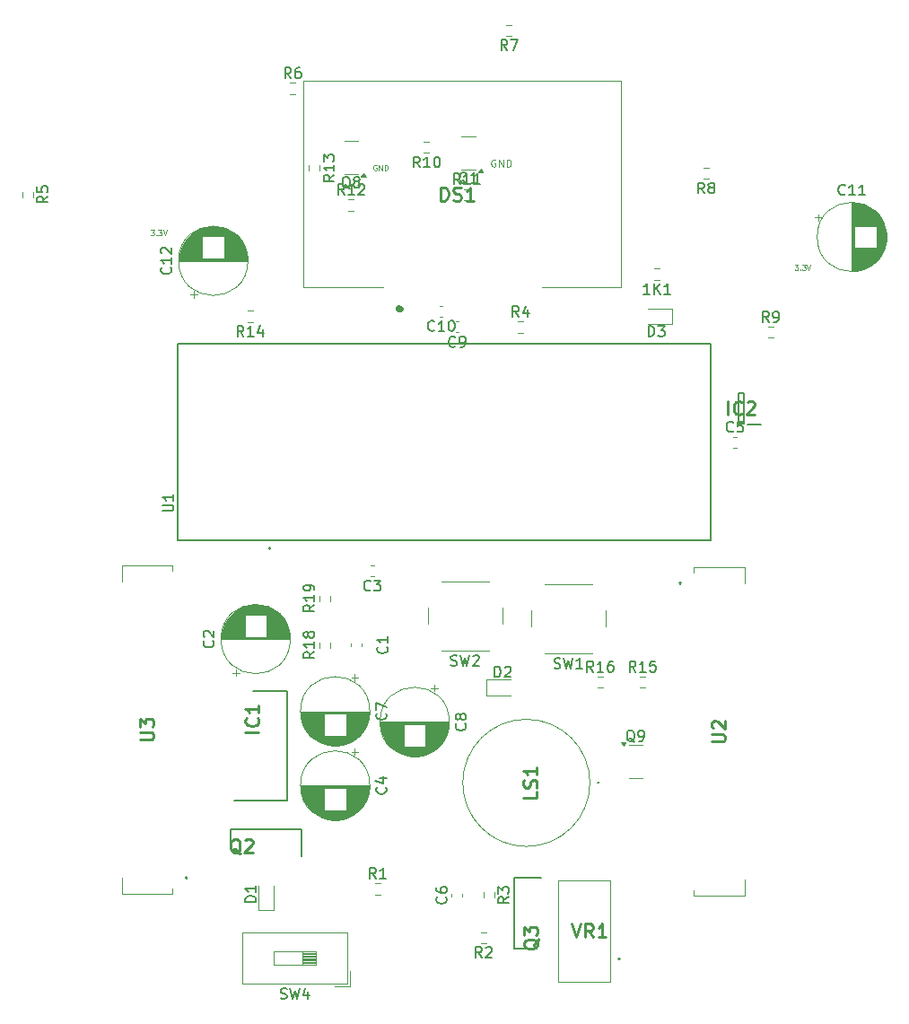
<source format=gbr>
%TF.GenerationSoftware,KiCad,Pcbnew,8.0.5*%
%TF.CreationDate,2024-11-23T08:17:22+09:00*%
%TF.ProjectId,mouse_v1,6d6f7573-655f-4763-912e-6b696361645f,rev?*%
%TF.SameCoordinates,Original*%
%TF.FileFunction,Legend,Top*%
%TF.FilePolarity,Positive*%
%FSLAX46Y46*%
G04 Gerber Fmt 4.6, Leading zero omitted, Abs format (unit mm)*
G04 Created by KiCad (PCBNEW 8.0.5) date 2024-11-23 08:17:22*
%MOMM*%
%LPD*%
G01*
G04 APERTURE LIST*
%ADD10C,0.100000*%
%ADD11C,0.125000*%
%ADD12C,0.150000*%
%ADD13C,0.254000*%
%ADD14C,0.120000*%
%ADD15C,0.200000*%
%ADD16C,0.600000*%
%ADD17C,0.127000*%
G04 APERTURE END LIST*
D10*
X106959122Y-74752466D02*
X106892455Y-74719133D01*
X106892455Y-74719133D02*
X106792455Y-74719133D01*
X106792455Y-74719133D02*
X106692455Y-74752466D01*
X106692455Y-74752466D02*
X106625789Y-74819133D01*
X106625789Y-74819133D02*
X106592455Y-74885800D01*
X106592455Y-74885800D02*
X106559122Y-75019133D01*
X106559122Y-75019133D02*
X106559122Y-75119133D01*
X106559122Y-75119133D02*
X106592455Y-75252466D01*
X106592455Y-75252466D02*
X106625789Y-75319133D01*
X106625789Y-75319133D02*
X106692455Y-75385800D01*
X106692455Y-75385800D02*
X106792455Y-75419133D01*
X106792455Y-75419133D02*
X106859122Y-75419133D01*
X106859122Y-75419133D02*
X106959122Y-75385800D01*
X106959122Y-75385800D02*
X106992455Y-75352466D01*
X106992455Y-75352466D02*
X106992455Y-75119133D01*
X106992455Y-75119133D02*
X106859122Y-75119133D01*
X107292455Y-75419133D02*
X107292455Y-74719133D01*
X107292455Y-74719133D02*
X107692455Y-75419133D01*
X107692455Y-75419133D02*
X107692455Y-74719133D01*
X108025788Y-75419133D02*
X108025788Y-74719133D01*
X108025788Y-74719133D02*
X108192455Y-74719133D01*
X108192455Y-74719133D02*
X108292455Y-74752466D01*
X108292455Y-74752466D02*
X108359122Y-74819133D01*
X108359122Y-74819133D02*
X108392455Y-74885800D01*
X108392455Y-74885800D02*
X108425788Y-75019133D01*
X108425788Y-75019133D02*
X108425788Y-75119133D01*
X108425788Y-75119133D02*
X108392455Y-75252466D01*
X108392455Y-75252466D02*
X108359122Y-75319133D01*
X108359122Y-75319133D02*
X108292455Y-75385800D01*
X108292455Y-75385800D02*
X108192455Y-75419133D01*
X108192455Y-75419133D02*
X108025788Y-75419133D01*
D11*
X95733188Y-75256119D02*
X95685569Y-75232309D01*
X95685569Y-75232309D02*
X95614140Y-75232309D01*
X95614140Y-75232309D02*
X95542712Y-75256119D01*
X95542712Y-75256119D02*
X95495093Y-75303738D01*
X95495093Y-75303738D02*
X95471283Y-75351357D01*
X95471283Y-75351357D02*
X95447474Y-75446595D01*
X95447474Y-75446595D02*
X95447474Y-75518023D01*
X95447474Y-75518023D02*
X95471283Y-75613261D01*
X95471283Y-75613261D02*
X95495093Y-75660880D01*
X95495093Y-75660880D02*
X95542712Y-75708500D01*
X95542712Y-75708500D02*
X95614140Y-75732309D01*
X95614140Y-75732309D02*
X95661759Y-75732309D01*
X95661759Y-75732309D02*
X95733188Y-75708500D01*
X95733188Y-75708500D02*
X95756997Y-75684690D01*
X95756997Y-75684690D02*
X95756997Y-75518023D01*
X95756997Y-75518023D02*
X95661759Y-75518023D01*
X95971283Y-75732309D02*
X95971283Y-75232309D01*
X95971283Y-75232309D02*
X96256997Y-75732309D01*
X96256997Y-75732309D02*
X96256997Y-75232309D01*
X96495093Y-75732309D02*
X96495093Y-75232309D01*
X96495093Y-75232309D02*
X96614141Y-75232309D01*
X96614141Y-75232309D02*
X96685569Y-75256119D01*
X96685569Y-75256119D02*
X96733188Y-75303738D01*
X96733188Y-75303738D02*
X96756998Y-75351357D01*
X96756998Y-75351357D02*
X96780807Y-75446595D01*
X96780807Y-75446595D02*
X96780807Y-75518023D01*
X96780807Y-75518023D02*
X96756998Y-75613261D01*
X96756998Y-75613261D02*
X96733188Y-75660880D01*
X96733188Y-75660880D02*
X96685569Y-75708500D01*
X96685569Y-75708500D02*
X96614141Y-75732309D01*
X96614141Y-75732309D02*
X96495093Y-75732309D01*
X74443664Y-81392309D02*
X74753188Y-81392309D01*
X74753188Y-81392309D02*
X74586521Y-81582785D01*
X74586521Y-81582785D02*
X74657950Y-81582785D01*
X74657950Y-81582785D02*
X74705569Y-81606595D01*
X74705569Y-81606595D02*
X74729378Y-81630404D01*
X74729378Y-81630404D02*
X74753188Y-81678023D01*
X74753188Y-81678023D02*
X74753188Y-81797071D01*
X74753188Y-81797071D02*
X74729378Y-81844690D01*
X74729378Y-81844690D02*
X74705569Y-81868500D01*
X74705569Y-81868500D02*
X74657950Y-81892309D01*
X74657950Y-81892309D02*
X74515093Y-81892309D01*
X74515093Y-81892309D02*
X74467474Y-81868500D01*
X74467474Y-81868500D02*
X74443664Y-81844690D01*
X74967473Y-81844690D02*
X74991283Y-81868500D01*
X74991283Y-81868500D02*
X74967473Y-81892309D01*
X74967473Y-81892309D02*
X74943664Y-81868500D01*
X74943664Y-81868500D02*
X74967473Y-81844690D01*
X74967473Y-81844690D02*
X74967473Y-81892309D01*
X75157949Y-81392309D02*
X75467473Y-81392309D01*
X75467473Y-81392309D02*
X75300806Y-81582785D01*
X75300806Y-81582785D02*
X75372235Y-81582785D01*
X75372235Y-81582785D02*
X75419854Y-81606595D01*
X75419854Y-81606595D02*
X75443663Y-81630404D01*
X75443663Y-81630404D02*
X75467473Y-81678023D01*
X75467473Y-81678023D02*
X75467473Y-81797071D01*
X75467473Y-81797071D02*
X75443663Y-81844690D01*
X75443663Y-81844690D02*
X75419854Y-81868500D01*
X75419854Y-81868500D02*
X75372235Y-81892309D01*
X75372235Y-81892309D02*
X75229378Y-81892309D01*
X75229378Y-81892309D02*
X75181759Y-81868500D01*
X75181759Y-81868500D02*
X75157949Y-81844690D01*
X75610330Y-81392309D02*
X75776996Y-81892309D01*
X75776996Y-81892309D02*
X75943663Y-81392309D01*
X135203664Y-84662309D02*
X135513188Y-84662309D01*
X135513188Y-84662309D02*
X135346521Y-84852785D01*
X135346521Y-84852785D02*
X135417950Y-84852785D01*
X135417950Y-84852785D02*
X135465569Y-84876595D01*
X135465569Y-84876595D02*
X135489378Y-84900404D01*
X135489378Y-84900404D02*
X135513188Y-84948023D01*
X135513188Y-84948023D02*
X135513188Y-85067071D01*
X135513188Y-85067071D02*
X135489378Y-85114690D01*
X135489378Y-85114690D02*
X135465569Y-85138500D01*
X135465569Y-85138500D02*
X135417950Y-85162309D01*
X135417950Y-85162309D02*
X135275093Y-85162309D01*
X135275093Y-85162309D02*
X135227474Y-85138500D01*
X135227474Y-85138500D02*
X135203664Y-85114690D01*
X135727473Y-85114690D02*
X135751283Y-85138500D01*
X135751283Y-85138500D02*
X135727473Y-85162309D01*
X135727473Y-85162309D02*
X135703664Y-85138500D01*
X135703664Y-85138500D02*
X135727473Y-85114690D01*
X135727473Y-85114690D02*
X135727473Y-85162309D01*
X135917949Y-84662309D02*
X136227473Y-84662309D01*
X136227473Y-84662309D02*
X136060806Y-84852785D01*
X136060806Y-84852785D02*
X136132235Y-84852785D01*
X136132235Y-84852785D02*
X136179854Y-84876595D01*
X136179854Y-84876595D02*
X136203663Y-84900404D01*
X136203663Y-84900404D02*
X136227473Y-84948023D01*
X136227473Y-84948023D02*
X136227473Y-85067071D01*
X136227473Y-85067071D02*
X136203663Y-85114690D01*
X136203663Y-85114690D02*
X136179854Y-85138500D01*
X136179854Y-85138500D02*
X136132235Y-85162309D01*
X136132235Y-85162309D02*
X135989378Y-85162309D01*
X135989378Y-85162309D02*
X135941759Y-85138500D01*
X135941759Y-85138500D02*
X135917949Y-85114690D01*
X136370330Y-84662309D02*
X136536996Y-85162309D01*
X136536996Y-85162309D02*
X136703663Y-84662309D01*
D12*
X120094761Y-129690057D02*
X119999523Y-129642438D01*
X119999523Y-129642438D02*
X119904285Y-129547200D01*
X119904285Y-129547200D02*
X119761428Y-129404342D01*
X119761428Y-129404342D02*
X119666190Y-129356723D01*
X119666190Y-129356723D02*
X119570952Y-129356723D01*
X119618571Y-129594819D02*
X119523333Y-129547200D01*
X119523333Y-129547200D02*
X119428095Y-129451961D01*
X119428095Y-129451961D02*
X119380476Y-129261485D01*
X119380476Y-129261485D02*
X119380476Y-128928152D01*
X119380476Y-128928152D02*
X119428095Y-128737676D01*
X119428095Y-128737676D02*
X119523333Y-128642438D01*
X119523333Y-128642438D02*
X119618571Y-128594819D01*
X119618571Y-128594819D02*
X119809047Y-128594819D01*
X119809047Y-128594819D02*
X119904285Y-128642438D01*
X119904285Y-128642438D02*
X119999523Y-128737676D01*
X119999523Y-128737676D02*
X120047142Y-128928152D01*
X120047142Y-128928152D02*
X120047142Y-129261485D01*
X120047142Y-129261485D02*
X119999523Y-129451961D01*
X119999523Y-129451961D02*
X119904285Y-129547200D01*
X119904285Y-129547200D02*
X119809047Y-129594819D01*
X119809047Y-129594819D02*
X119618571Y-129594819D01*
X120523333Y-129594819D02*
X120713809Y-129594819D01*
X120713809Y-129594819D02*
X120809047Y-129547200D01*
X120809047Y-129547200D02*
X120856666Y-129499580D01*
X120856666Y-129499580D02*
X120951904Y-129356723D01*
X120951904Y-129356723D02*
X120999523Y-129166247D01*
X120999523Y-129166247D02*
X120999523Y-128785295D01*
X120999523Y-128785295D02*
X120951904Y-128690057D01*
X120951904Y-128690057D02*
X120904285Y-128642438D01*
X120904285Y-128642438D02*
X120809047Y-128594819D01*
X120809047Y-128594819D02*
X120618571Y-128594819D01*
X120618571Y-128594819D02*
X120523333Y-128642438D01*
X120523333Y-128642438D02*
X120475714Y-128690057D01*
X120475714Y-128690057D02*
X120428095Y-128785295D01*
X120428095Y-128785295D02*
X120428095Y-129023390D01*
X120428095Y-129023390D02*
X120475714Y-129118628D01*
X120475714Y-129118628D02*
X120523333Y-129166247D01*
X120523333Y-129166247D02*
X120618571Y-129213866D01*
X120618571Y-129213866D02*
X120809047Y-129213866D01*
X120809047Y-129213866D02*
X120904285Y-129166247D01*
X120904285Y-129166247D02*
X120951904Y-129118628D01*
X120951904Y-129118628D02*
X120999523Y-129023390D01*
X139947142Y-77999580D02*
X139899523Y-78047200D01*
X139899523Y-78047200D02*
X139756666Y-78094819D01*
X139756666Y-78094819D02*
X139661428Y-78094819D01*
X139661428Y-78094819D02*
X139518571Y-78047200D01*
X139518571Y-78047200D02*
X139423333Y-77951961D01*
X139423333Y-77951961D02*
X139375714Y-77856723D01*
X139375714Y-77856723D02*
X139328095Y-77666247D01*
X139328095Y-77666247D02*
X139328095Y-77523390D01*
X139328095Y-77523390D02*
X139375714Y-77332914D01*
X139375714Y-77332914D02*
X139423333Y-77237676D01*
X139423333Y-77237676D02*
X139518571Y-77142438D01*
X139518571Y-77142438D02*
X139661428Y-77094819D01*
X139661428Y-77094819D02*
X139756666Y-77094819D01*
X139756666Y-77094819D02*
X139899523Y-77142438D01*
X139899523Y-77142438D02*
X139947142Y-77190057D01*
X140899523Y-78094819D02*
X140328095Y-78094819D01*
X140613809Y-78094819D02*
X140613809Y-77094819D01*
X140613809Y-77094819D02*
X140518571Y-77237676D01*
X140518571Y-77237676D02*
X140423333Y-77332914D01*
X140423333Y-77332914D02*
X140328095Y-77380533D01*
X141851904Y-78094819D02*
X141280476Y-78094819D01*
X141566190Y-78094819D02*
X141566190Y-77094819D01*
X141566190Y-77094819D02*
X141470952Y-77237676D01*
X141470952Y-77237676D02*
X141375714Y-77332914D01*
X141375714Y-77332914D02*
X141280476Y-77380533D01*
D13*
X114166905Y-146844318D02*
X114590238Y-148114318D01*
X114590238Y-148114318D02*
X115013572Y-146844318D01*
X116162619Y-148114318D02*
X115739285Y-147509556D01*
X115436904Y-148114318D02*
X115436904Y-146844318D01*
X115436904Y-146844318D02*
X115920714Y-146844318D01*
X115920714Y-146844318D02*
X116041666Y-146904794D01*
X116041666Y-146904794D02*
X116102143Y-146965270D01*
X116102143Y-146965270D02*
X116162619Y-147086222D01*
X116162619Y-147086222D02*
X116162619Y-147267651D01*
X116162619Y-147267651D02*
X116102143Y-147388603D01*
X116102143Y-147388603D02*
X116041666Y-147449080D01*
X116041666Y-147449080D02*
X115920714Y-147509556D01*
X115920714Y-147509556D02*
X115436904Y-147509556D01*
X117372143Y-148114318D02*
X116646428Y-148114318D01*
X117009285Y-148114318D02*
X117009285Y-146844318D01*
X117009285Y-146844318D02*
X116888333Y-147025746D01*
X116888333Y-147025746D02*
X116767381Y-147146699D01*
X116767381Y-147146699D02*
X116646428Y-147207175D01*
X111035270Y-148260952D02*
X110974794Y-148381904D01*
X110974794Y-148381904D02*
X110853842Y-148502857D01*
X110853842Y-148502857D02*
X110672413Y-148684285D01*
X110672413Y-148684285D02*
X110611937Y-148805238D01*
X110611937Y-148805238D02*
X110611937Y-148926190D01*
X110914318Y-148865714D02*
X110853842Y-148986666D01*
X110853842Y-148986666D02*
X110732889Y-149107619D01*
X110732889Y-149107619D02*
X110490984Y-149168095D01*
X110490984Y-149168095D02*
X110067651Y-149168095D01*
X110067651Y-149168095D02*
X109825746Y-149107619D01*
X109825746Y-149107619D02*
X109704794Y-148986666D01*
X109704794Y-148986666D02*
X109644318Y-148865714D01*
X109644318Y-148865714D02*
X109644318Y-148623809D01*
X109644318Y-148623809D02*
X109704794Y-148502857D01*
X109704794Y-148502857D02*
X109825746Y-148381904D01*
X109825746Y-148381904D02*
X110067651Y-148321428D01*
X110067651Y-148321428D02*
X110490984Y-148321428D01*
X110490984Y-148321428D02*
X110732889Y-148381904D01*
X110732889Y-148381904D02*
X110853842Y-148502857D01*
X110853842Y-148502857D02*
X110914318Y-148623809D01*
X110914318Y-148623809D02*
X110914318Y-148865714D01*
X109644318Y-147898095D02*
X109644318Y-147111904D01*
X109644318Y-147111904D02*
X110128127Y-147535238D01*
X110128127Y-147535238D02*
X110128127Y-147353809D01*
X110128127Y-147353809D02*
X110188603Y-147232857D01*
X110188603Y-147232857D02*
X110249080Y-147172381D01*
X110249080Y-147172381D02*
X110370032Y-147111904D01*
X110370032Y-147111904D02*
X110672413Y-147111904D01*
X110672413Y-147111904D02*
X110793365Y-147172381D01*
X110793365Y-147172381D02*
X110853842Y-147232857D01*
X110853842Y-147232857D02*
X110914318Y-147353809D01*
X110914318Y-147353809D02*
X110914318Y-147716666D01*
X110914318Y-147716666D02*
X110853842Y-147837619D01*
X110853842Y-147837619D02*
X110793365Y-147898095D01*
D12*
X83197142Y-91424819D02*
X82863809Y-90948628D01*
X82625714Y-91424819D02*
X82625714Y-90424819D01*
X82625714Y-90424819D02*
X83006666Y-90424819D01*
X83006666Y-90424819D02*
X83101904Y-90472438D01*
X83101904Y-90472438D02*
X83149523Y-90520057D01*
X83149523Y-90520057D02*
X83197142Y-90615295D01*
X83197142Y-90615295D02*
X83197142Y-90758152D01*
X83197142Y-90758152D02*
X83149523Y-90853390D01*
X83149523Y-90853390D02*
X83101904Y-90901009D01*
X83101904Y-90901009D02*
X83006666Y-90948628D01*
X83006666Y-90948628D02*
X82625714Y-90948628D01*
X84149523Y-91424819D02*
X83578095Y-91424819D01*
X83863809Y-91424819D02*
X83863809Y-90424819D01*
X83863809Y-90424819D02*
X83768571Y-90567676D01*
X83768571Y-90567676D02*
X83673333Y-90662914D01*
X83673333Y-90662914D02*
X83578095Y-90710533D01*
X85006666Y-90758152D02*
X85006666Y-91424819D01*
X84768571Y-90377200D02*
X84530476Y-91091485D01*
X84530476Y-91091485D02*
X85149523Y-91091485D01*
X126673333Y-77924819D02*
X126340000Y-77448628D01*
X126101905Y-77924819D02*
X126101905Y-76924819D01*
X126101905Y-76924819D02*
X126482857Y-76924819D01*
X126482857Y-76924819D02*
X126578095Y-76972438D01*
X126578095Y-76972438D02*
X126625714Y-77020057D01*
X126625714Y-77020057D02*
X126673333Y-77115295D01*
X126673333Y-77115295D02*
X126673333Y-77258152D01*
X126673333Y-77258152D02*
X126625714Y-77353390D01*
X126625714Y-77353390D02*
X126578095Y-77401009D01*
X126578095Y-77401009D02*
X126482857Y-77448628D01*
X126482857Y-77448628D02*
X126101905Y-77448628D01*
X127244762Y-77353390D02*
X127149524Y-77305771D01*
X127149524Y-77305771D02*
X127101905Y-77258152D01*
X127101905Y-77258152D02*
X127054286Y-77162914D01*
X127054286Y-77162914D02*
X127054286Y-77115295D01*
X127054286Y-77115295D02*
X127101905Y-77020057D01*
X127101905Y-77020057D02*
X127149524Y-76972438D01*
X127149524Y-76972438D02*
X127244762Y-76924819D01*
X127244762Y-76924819D02*
X127435238Y-76924819D01*
X127435238Y-76924819D02*
X127530476Y-76972438D01*
X127530476Y-76972438D02*
X127578095Y-77020057D01*
X127578095Y-77020057D02*
X127625714Y-77115295D01*
X127625714Y-77115295D02*
X127625714Y-77162914D01*
X127625714Y-77162914D02*
X127578095Y-77258152D01*
X127578095Y-77258152D02*
X127530476Y-77305771D01*
X127530476Y-77305771D02*
X127435238Y-77353390D01*
X127435238Y-77353390D02*
X127244762Y-77353390D01*
X127244762Y-77353390D02*
X127149524Y-77401009D01*
X127149524Y-77401009D02*
X127101905Y-77448628D01*
X127101905Y-77448628D02*
X127054286Y-77543866D01*
X127054286Y-77543866D02*
X127054286Y-77734342D01*
X127054286Y-77734342D02*
X127101905Y-77829580D01*
X127101905Y-77829580D02*
X127149524Y-77877200D01*
X127149524Y-77877200D02*
X127244762Y-77924819D01*
X127244762Y-77924819D02*
X127435238Y-77924819D01*
X127435238Y-77924819D02*
X127530476Y-77877200D01*
X127530476Y-77877200D02*
X127578095Y-77829580D01*
X127578095Y-77829580D02*
X127625714Y-77734342D01*
X127625714Y-77734342D02*
X127625714Y-77543866D01*
X127625714Y-77543866D02*
X127578095Y-77448628D01*
X127578095Y-77448628D02*
X127530476Y-77401009D01*
X127530476Y-77401009D02*
X127435238Y-77353390D01*
X86696667Y-153867200D02*
X86839524Y-153914819D01*
X86839524Y-153914819D02*
X87077619Y-153914819D01*
X87077619Y-153914819D02*
X87172857Y-153867200D01*
X87172857Y-153867200D02*
X87220476Y-153819580D01*
X87220476Y-153819580D02*
X87268095Y-153724342D01*
X87268095Y-153724342D02*
X87268095Y-153629104D01*
X87268095Y-153629104D02*
X87220476Y-153533866D01*
X87220476Y-153533866D02*
X87172857Y-153486247D01*
X87172857Y-153486247D02*
X87077619Y-153438628D01*
X87077619Y-153438628D02*
X86887143Y-153391009D01*
X86887143Y-153391009D02*
X86791905Y-153343390D01*
X86791905Y-153343390D02*
X86744286Y-153295771D01*
X86744286Y-153295771D02*
X86696667Y-153200533D01*
X86696667Y-153200533D02*
X86696667Y-153105295D01*
X86696667Y-153105295D02*
X86744286Y-153010057D01*
X86744286Y-153010057D02*
X86791905Y-152962438D01*
X86791905Y-152962438D02*
X86887143Y-152914819D01*
X86887143Y-152914819D02*
X87125238Y-152914819D01*
X87125238Y-152914819D02*
X87268095Y-152962438D01*
X87601429Y-152914819D02*
X87839524Y-153914819D01*
X87839524Y-153914819D02*
X88030000Y-153200533D01*
X88030000Y-153200533D02*
X88220476Y-153914819D01*
X88220476Y-153914819D02*
X88458572Y-152914819D01*
X89268095Y-153248152D02*
X89268095Y-153914819D01*
X89030000Y-152867200D02*
X88791905Y-153581485D01*
X88791905Y-153581485D02*
X89410952Y-153581485D01*
X89864819Y-121182857D02*
X89388628Y-121516190D01*
X89864819Y-121754285D02*
X88864819Y-121754285D01*
X88864819Y-121754285D02*
X88864819Y-121373333D01*
X88864819Y-121373333D02*
X88912438Y-121278095D01*
X88912438Y-121278095D02*
X88960057Y-121230476D01*
X88960057Y-121230476D02*
X89055295Y-121182857D01*
X89055295Y-121182857D02*
X89198152Y-121182857D01*
X89198152Y-121182857D02*
X89293390Y-121230476D01*
X89293390Y-121230476D02*
X89341009Y-121278095D01*
X89341009Y-121278095D02*
X89388628Y-121373333D01*
X89388628Y-121373333D02*
X89388628Y-121754285D01*
X89864819Y-120230476D02*
X89864819Y-120801904D01*
X89864819Y-120516190D02*
X88864819Y-120516190D01*
X88864819Y-120516190D02*
X89007676Y-120611428D01*
X89007676Y-120611428D02*
X89102914Y-120706666D01*
X89102914Y-120706666D02*
X89150533Y-120801904D01*
X89293390Y-119659047D02*
X89245771Y-119754285D01*
X89245771Y-119754285D02*
X89198152Y-119801904D01*
X89198152Y-119801904D02*
X89102914Y-119849523D01*
X89102914Y-119849523D02*
X89055295Y-119849523D01*
X89055295Y-119849523D02*
X88960057Y-119801904D01*
X88960057Y-119801904D02*
X88912438Y-119754285D01*
X88912438Y-119754285D02*
X88864819Y-119659047D01*
X88864819Y-119659047D02*
X88864819Y-119468571D01*
X88864819Y-119468571D02*
X88912438Y-119373333D01*
X88912438Y-119373333D02*
X88960057Y-119325714D01*
X88960057Y-119325714D02*
X89055295Y-119278095D01*
X89055295Y-119278095D02*
X89102914Y-119278095D01*
X89102914Y-119278095D02*
X89198152Y-119325714D01*
X89198152Y-119325714D02*
X89245771Y-119373333D01*
X89245771Y-119373333D02*
X89293390Y-119468571D01*
X89293390Y-119468571D02*
X89293390Y-119659047D01*
X89293390Y-119659047D02*
X89341009Y-119754285D01*
X89341009Y-119754285D02*
X89388628Y-119801904D01*
X89388628Y-119801904D02*
X89483866Y-119849523D01*
X89483866Y-119849523D02*
X89674342Y-119849523D01*
X89674342Y-119849523D02*
X89769580Y-119801904D01*
X89769580Y-119801904D02*
X89817200Y-119754285D01*
X89817200Y-119754285D02*
X89864819Y-119659047D01*
X89864819Y-119659047D02*
X89864819Y-119468571D01*
X89864819Y-119468571D02*
X89817200Y-119373333D01*
X89817200Y-119373333D02*
X89769580Y-119325714D01*
X89769580Y-119325714D02*
X89674342Y-119278095D01*
X89674342Y-119278095D02*
X89483866Y-119278095D01*
X89483866Y-119278095D02*
X89388628Y-119325714D01*
X89388628Y-119325714D02*
X89341009Y-119373333D01*
X89341009Y-119373333D02*
X89293390Y-119468571D01*
D13*
X101797856Y-78614318D02*
X101797856Y-77344318D01*
X101797856Y-77344318D02*
X102100237Y-77344318D01*
X102100237Y-77344318D02*
X102281666Y-77404794D01*
X102281666Y-77404794D02*
X102402618Y-77525746D01*
X102402618Y-77525746D02*
X102463095Y-77646699D01*
X102463095Y-77646699D02*
X102523571Y-77888603D01*
X102523571Y-77888603D02*
X102523571Y-78070032D01*
X102523571Y-78070032D02*
X102463095Y-78311937D01*
X102463095Y-78311937D02*
X102402618Y-78432889D01*
X102402618Y-78432889D02*
X102281666Y-78553842D01*
X102281666Y-78553842D02*
X102100237Y-78614318D01*
X102100237Y-78614318D02*
X101797856Y-78614318D01*
X103007380Y-78553842D02*
X103188809Y-78614318D01*
X103188809Y-78614318D02*
X103491190Y-78614318D01*
X103491190Y-78614318D02*
X103612142Y-78553842D01*
X103612142Y-78553842D02*
X103672618Y-78493365D01*
X103672618Y-78493365D02*
X103733095Y-78372413D01*
X103733095Y-78372413D02*
X103733095Y-78251461D01*
X103733095Y-78251461D02*
X103672618Y-78130508D01*
X103672618Y-78130508D02*
X103612142Y-78070032D01*
X103612142Y-78070032D02*
X103491190Y-78009556D01*
X103491190Y-78009556D02*
X103249285Y-77949080D01*
X103249285Y-77949080D02*
X103128333Y-77888603D01*
X103128333Y-77888603D02*
X103067856Y-77828127D01*
X103067856Y-77828127D02*
X103007380Y-77707175D01*
X103007380Y-77707175D02*
X103007380Y-77586222D01*
X103007380Y-77586222D02*
X103067856Y-77465270D01*
X103067856Y-77465270D02*
X103128333Y-77404794D01*
X103128333Y-77404794D02*
X103249285Y-77344318D01*
X103249285Y-77344318D02*
X103551666Y-77344318D01*
X103551666Y-77344318D02*
X103733095Y-77404794D01*
X104942619Y-78614318D02*
X104216904Y-78614318D01*
X104579761Y-78614318D02*
X104579761Y-77344318D01*
X104579761Y-77344318D02*
X104458809Y-77525746D01*
X104458809Y-77525746D02*
X104337857Y-77646699D01*
X104337857Y-77646699D02*
X104216904Y-77707175D01*
X110876818Y-134356428D02*
X110876818Y-134961190D01*
X110876818Y-134961190D02*
X109606818Y-134961190D01*
X110816342Y-133993571D02*
X110876818Y-133812142D01*
X110876818Y-133812142D02*
X110876818Y-133509761D01*
X110876818Y-133509761D02*
X110816342Y-133388809D01*
X110816342Y-133388809D02*
X110755865Y-133328333D01*
X110755865Y-133328333D02*
X110634913Y-133267856D01*
X110634913Y-133267856D02*
X110513961Y-133267856D01*
X110513961Y-133267856D02*
X110393008Y-133328333D01*
X110393008Y-133328333D02*
X110332532Y-133388809D01*
X110332532Y-133388809D02*
X110272056Y-133509761D01*
X110272056Y-133509761D02*
X110211580Y-133751666D01*
X110211580Y-133751666D02*
X110151103Y-133872618D01*
X110151103Y-133872618D02*
X110090627Y-133933095D01*
X110090627Y-133933095D02*
X109969675Y-133993571D01*
X109969675Y-133993571D02*
X109848722Y-133993571D01*
X109848722Y-133993571D02*
X109727770Y-133933095D01*
X109727770Y-133933095D02*
X109667294Y-133872618D01*
X109667294Y-133872618D02*
X109606818Y-133751666D01*
X109606818Y-133751666D02*
X109606818Y-133449285D01*
X109606818Y-133449285D02*
X109667294Y-133267856D01*
X110876818Y-132058332D02*
X110876818Y-132784047D01*
X110876818Y-132421190D02*
X109606818Y-132421190D01*
X109606818Y-132421190D02*
X109788246Y-132542142D01*
X109788246Y-132542142D02*
X109909199Y-132663094D01*
X109909199Y-132663094D02*
X109969675Y-132784047D01*
D12*
X108224819Y-144306666D02*
X107748628Y-144639999D01*
X108224819Y-144878094D02*
X107224819Y-144878094D01*
X107224819Y-144878094D02*
X107224819Y-144497142D01*
X107224819Y-144497142D02*
X107272438Y-144401904D01*
X107272438Y-144401904D02*
X107320057Y-144354285D01*
X107320057Y-144354285D02*
X107415295Y-144306666D01*
X107415295Y-144306666D02*
X107558152Y-144306666D01*
X107558152Y-144306666D02*
X107653390Y-144354285D01*
X107653390Y-144354285D02*
X107701009Y-144401904D01*
X107701009Y-144401904D02*
X107748628Y-144497142D01*
X107748628Y-144497142D02*
X107748628Y-144878094D01*
X107224819Y-143973332D02*
X107224819Y-143354285D01*
X107224819Y-143354285D02*
X107605771Y-143687618D01*
X107605771Y-143687618D02*
X107605771Y-143544761D01*
X107605771Y-143544761D02*
X107653390Y-143449523D01*
X107653390Y-143449523D02*
X107701009Y-143401904D01*
X107701009Y-143401904D02*
X107796247Y-143354285D01*
X107796247Y-143354285D02*
X108034342Y-143354285D01*
X108034342Y-143354285D02*
X108129580Y-143401904D01*
X108129580Y-143401904D02*
X108177200Y-143449523D01*
X108177200Y-143449523D02*
X108224819Y-143544761D01*
X108224819Y-143544761D02*
X108224819Y-143830475D01*
X108224819Y-143830475D02*
X108177200Y-143925713D01*
X108177200Y-143925713D02*
X108129580Y-143973332D01*
X89864819Y-116770357D02*
X89388628Y-117103690D01*
X89864819Y-117341785D02*
X88864819Y-117341785D01*
X88864819Y-117341785D02*
X88864819Y-116960833D01*
X88864819Y-116960833D02*
X88912438Y-116865595D01*
X88912438Y-116865595D02*
X88960057Y-116817976D01*
X88960057Y-116817976D02*
X89055295Y-116770357D01*
X89055295Y-116770357D02*
X89198152Y-116770357D01*
X89198152Y-116770357D02*
X89293390Y-116817976D01*
X89293390Y-116817976D02*
X89341009Y-116865595D01*
X89341009Y-116865595D02*
X89388628Y-116960833D01*
X89388628Y-116960833D02*
X89388628Y-117341785D01*
X89864819Y-115817976D02*
X89864819Y-116389404D01*
X89864819Y-116103690D02*
X88864819Y-116103690D01*
X88864819Y-116103690D02*
X89007676Y-116198928D01*
X89007676Y-116198928D02*
X89102914Y-116294166D01*
X89102914Y-116294166D02*
X89150533Y-116389404D01*
X89864819Y-115341785D02*
X89864819Y-115151309D01*
X89864819Y-115151309D02*
X89817200Y-115056071D01*
X89817200Y-115056071D02*
X89769580Y-115008452D01*
X89769580Y-115008452D02*
X89626723Y-114913214D01*
X89626723Y-114913214D02*
X89436247Y-114865595D01*
X89436247Y-114865595D02*
X89055295Y-114865595D01*
X89055295Y-114865595D02*
X88960057Y-114913214D01*
X88960057Y-114913214D02*
X88912438Y-114960833D01*
X88912438Y-114960833D02*
X88864819Y-115056071D01*
X88864819Y-115056071D02*
X88864819Y-115246547D01*
X88864819Y-115246547D02*
X88912438Y-115341785D01*
X88912438Y-115341785D02*
X88960057Y-115389404D01*
X88960057Y-115389404D02*
X89055295Y-115437023D01*
X89055295Y-115437023D02*
X89293390Y-115437023D01*
X89293390Y-115437023D02*
X89388628Y-115389404D01*
X89388628Y-115389404D02*
X89436247Y-115341785D01*
X89436247Y-115341785D02*
X89483866Y-115246547D01*
X89483866Y-115246547D02*
X89483866Y-115056071D01*
X89483866Y-115056071D02*
X89436247Y-114960833D01*
X89436247Y-114960833D02*
X89388628Y-114913214D01*
X89388628Y-114913214D02*
X89293390Y-114865595D01*
X120197142Y-123064819D02*
X119863809Y-122588628D01*
X119625714Y-123064819D02*
X119625714Y-122064819D01*
X119625714Y-122064819D02*
X120006666Y-122064819D01*
X120006666Y-122064819D02*
X120101904Y-122112438D01*
X120101904Y-122112438D02*
X120149523Y-122160057D01*
X120149523Y-122160057D02*
X120197142Y-122255295D01*
X120197142Y-122255295D02*
X120197142Y-122398152D01*
X120197142Y-122398152D02*
X120149523Y-122493390D01*
X120149523Y-122493390D02*
X120101904Y-122541009D01*
X120101904Y-122541009D02*
X120006666Y-122588628D01*
X120006666Y-122588628D02*
X119625714Y-122588628D01*
X121149523Y-123064819D02*
X120578095Y-123064819D01*
X120863809Y-123064819D02*
X120863809Y-122064819D01*
X120863809Y-122064819D02*
X120768571Y-122207676D01*
X120768571Y-122207676D02*
X120673333Y-122302914D01*
X120673333Y-122302914D02*
X120578095Y-122350533D01*
X122054285Y-122064819D02*
X121578095Y-122064819D01*
X121578095Y-122064819D02*
X121530476Y-122541009D01*
X121530476Y-122541009D02*
X121578095Y-122493390D01*
X121578095Y-122493390D02*
X121673333Y-122445771D01*
X121673333Y-122445771D02*
X121911428Y-122445771D01*
X121911428Y-122445771D02*
X122006666Y-122493390D01*
X122006666Y-122493390D02*
X122054285Y-122541009D01*
X122054285Y-122541009D02*
X122101904Y-122636247D01*
X122101904Y-122636247D02*
X122101904Y-122874342D01*
X122101904Y-122874342D02*
X122054285Y-122969580D01*
X122054285Y-122969580D02*
X122006666Y-123017200D01*
X122006666Y-123017200D02*
X121911428Y-123064819D01*
X121911428Y-123064819D02*
X121673333Y-123064819D01*
X121673333Y-123064819D02*
X121578095Y-123017200D01*
X121578095Y-123017200D02*
X121530476Y-122969580D01*
X104099580Y-127956666D02*
X104147200Y-128004285D01*
X104147200Y-128004285D02*
X104194819Y-128147142D01*
X104194819Y-128147142D02*
X104194819Y-128242380D01*
X104194819Y-128242380D02*
X104147200Y-128385237D01*
X104147200Y-128385237D02*
X104051961Y-128480475D01*
X104051961Y-128480475D02*
X103956723Y-128528094D01*
X103956723Y-128528094D02*
X103766247Y-128575713D01*
X103766247Y-128575713D02*
X103623390Y-128575713D01*
X103623390Y-128575713D02*
X103432914Y-128528094D01*
X103432914Y-128528094D02*
X103337676Y-128480475D01*
X103337676Y-128480475D02*
X103242438Y-128385237D01*
X103242438Y-128385237D02*
X103194819Y-128242380D01*
X103194819Y-128242380D02*
X103194819Y-128147142D01*
X103194819Y-128147142D02*
X103242438Y-128004285D01*
X103242438Y-128004285D02*
X103290057Y-127956666D01*
X103623390Y-127385237D02*
X103575771Y-127480475D01*
X103575771Y-127480475D02*
X103528152Y-127528094D01*
X103528152Y-127528094D02*
X103432914Y-127575713D01*
X103432914Y-127575713D02*
X103385295Y-127575713D01*
X103385295Y-127575713D02*
X103290057Y-127528094D01*
X103290057Y-127528094D02*
X103242438Y-127480475D01*
X103242438Y-127480475D02*
X103194819Y-127385237D01*
X103194819Y-127385237D02*
X103194819Y-127194761D01*
X103194819Y-127194761D02*
X103242438Y-127099523D01*
X103242438Y-127099523D02*
X103290057Y-127051904D01*
X103290057Y-127051904D02*
X103385295Y-127004285D01*
X103385295Y-127004285D02*
X103432914Y-127004285D01*
X103432914Y-127004285D02*
X103528152Y-127051904D01*
X103528152Y-127051904D02*
X103575771Y-127099523D01*
X103575771Y-127099523D02*
X103623390Y-127194761D01*
X103623390Y-127194761D02*
X103623390Y-127385237D01*
X103623390Y-127385237D02*
X103671009Y-127480475D01*
X103671009Y-127480475D02*
X103718628Y-127528094D01*
X103718628Y-127528094D02*
X103813866Y-127575713D01*
X103813866Y-127575713D02*
X104004342Y-127575713D01*
X104004342Y-127575713D02*
X104099580Y-127528094D01*
X104099580Y-127528094D02*
X104147200Y-127480475D01*
X104147200Y-127480475D02*
X104194819Y-127385237D01*
X104194819Y-127385237D02*
X104194819Y-127194761D01*
X104194819Y-127194761D02*
X104147200Y-127099523D01*
X104147200Y-127099523D02*
X104099580Y-127051904D01*
X104099580Y-127051904D02*
X104004342Y-127004285D01*
X104004342Y-127004285D02*
X103813866Y-127004285D01*
X103813866Y-127004285D02*
X103718628Y-127051904D01*
X103718628Y-127051904D02*
X103671009Y-127099523D01*
X103671009Y-127099523D02*
X103623390Y-127194761D01*
X96599580Y-126956666D02*
X96647200Y-127004285D01*
X96647200Y-127004285D02*
X96694819Y-127147142D01*
X96694819Y-127147142D02*
X96694819Y-127242380D01*
X96694819Y-127242380D02*
X96647200Y-127385237D01*
X96647200Y-127385237D02*
X96551961Y-127480475D01*
X96551961Y-127480475D02*
X96456723Y-127528094D01*
X96456723Y-127528094D02*
X96266247Y-127575713D01*
X96266247Y-127575713D02*
X96123390Y-127575713D01*
X96123390Y-127575713D02*
X95932914Y-127528094D01*
X95932914Y-127528094D02*
X95837676Y-127480475D01*
X95837676Y-127480475D02*
X95742438Y-127385237D01*
X95742438Y-127385237D02*
X95694819Y-127242380D01*
X95694819Y-127242380D02*
X95694819Y-127147142D01*
X95694819Y-127147142D02*
X95742438Y-127004285D01*
X95742438Y-127004285D02*
X95790057Y-126956666D01*
X95694819Y-126623332D02*
X95694819Y-125956666D01*
X95694819Y-125956666D02*
X96694819Y-126385237D01*
D13*
X128895237Y-98804318D02*
X128895237Y-97534318D01*
X130225714Y-98683365D02*
X130165238Y-98743842D01*
X130165238Y-98743842D02*
X129983809Y-98804318D01*
X129983809Y-98804318D02*
X129862857Y-98804318D01*
X129862857Y-98804318D02*
X129681428Y-98743842D01*
X129681428Y-98743842D02*
X129560476Y-98622889D01*
X129560476Y-98622889D02*
X129499999Y-98501937D01*
X129499999Y-98501937D02*
X129439523Y-98260032D01*
X129439523Y-98260032D02*
X129439523Y-98078603D01*
X129439523Y-98078603D02*
X129499999Y-97836699D01*
X129499999Y-97836699D02*
X129560476Y-97715746D01*
X129560476Y-97715746D02*
X129681428Y-97594794D01*
X129681428Y-97594794D02*
X129862857Y-97534318D01*
X129862857Y-97534318D02*
X129983809Y-97534318D01*
X129983809Y-97534318D02*
X130165238Y-97594794D01*
X130165238Y-97594794D02*
X130225714Y-97655270D01*
X130709523Y-97655270D02*
X130769999Y-97594794D01*
X130769999Y-97594794D02*
X130890952Y-97534318D01*
X130890952Y-97534318D02*
X131193333Y-97534318D01*
X131193333Y-97534318D02*
X131314285Y-97594794D01*
X131314285Y-97594794D02*
X131374761Y-97655270D01*
X131374761Y-97655270D02*
X131435238Y-97776222D01*
X131435238Y-97776222D02*
X131435238Y-97897175D01*
X131435238Y-97897175D02*
X131374761Y-98078603D01*
X131374761Y-98078603D02*
X130649047Y-98804318D01*
X130649047Y-98804318D02*
X131435238Y-98804318D01*
D12*
X102269580Y-144306666D02*
X102317200Y-144354285D01*
X102317200Y-144354285D02*
X102364819Y-144497142D01*
X102364819Y-144497142D02*
X102364819Y-144592380D01*
X102364819Y-144592380D02*
X102317200Y-144735237D01*
X102317200Y-144735237D02*
X102221961Y-144830475D01*
X102221961Y-144830475D02*
X102126723Y-144878094D01*
X102126723Y-144878094D02*
X101936247Y-144925713D01*
X101936247Y-144925713D02*
X101793390Y-144925713D01*
X101793390Y-144925713D02*
X101602914Y-144878094D01*
X101602914Y-144878094D02*
X101507676Y-144830475D01*
X101507676Y-144830475D02*
X101412438Y-144735237D01*
X101412438Y-144735237D02*
X101364819Y-144592380D01*
X101364819Y-144592380D02*
X101364819Y-144497142D01*
X101364819Y-144497142D02*
X101412438Y-144354285D01*
X101412438Y-144354285D02*
X101460057Y-144306666D01*
X101364819Y-143449523D02*
X101364819Y-143639999D01*
X101364819Y-143639999D02*
X101412438Y-143735237D01*
X101412438Y-143735237D02*
X101460057Y-143782856D01*
X101460057Y-143782856D02*
X101602914Y-143878094D01*
X101602914Y-143878094D02*
X101793390Y-143925713D01*
X101793390Y-143925713D02*
X102174342Y-143925713D01*
X102174342Y-143925713D02*
X102269580Y-143878094D01*
X102269580Y-143878094D02*
X102317200Y-143830475D01*
X102317200Y-143830475D02*
X102364819Y-143735237D01*
X102364819Y-143735237D02*
X102364819Y-143544761D01*
X102364819Y-143544761D02*
X102317200Y-143449523D01*
X102317200Y-143449523D02*
X102269580Y-143401904D01*
X102269580Y-143401904D02*
X102174342Y-143354285D01*
X102174342Y-143354285D02*
X101936247Y-143354285D01*
X101936247Y-143354285D02*
X101841009Y-143401904D01*
X101841009Y-143401904D02*
X101793390Y-143449523D01*
X101793390Y-143449523D02*
X101745771Y-143544761D01*
X101745771Y-143544761D02*
X101745771Y-143735237D01*
X101745771Y-143735237D02*
X101793390Y-143830475D01*
X101793390Y-143830475D02*
X101841009Y-143878094D01*
X101841009Y-143878094D02*
X101936247Y-143925713D01*
X121389405Y-91424819D02*
X121389405Y-90424819D01*
X121389405Y-90424819D02*
X121627500Y-90424819D01*
X121627500Y-90424819D02*
X121770357Y-90472438D01*
X121770357Y-90472438D02*
X121865595Y-90567676D01*
X121865595Y-90567676D02*
X121913214Y-90662914D01*
X121913214Y-90662914D02*
X121960833Y-90853390D01*
X121960833Y-90853390D02*
X121960833Y-90996247D01*
X121960833Y-90996247D02*
X121913214Y-91186723D01*
X121913214Y-91186723D02*
X121865595Y-91281961D01*
X121865595Y-91281961D02*
X121770357Y-91377200D01*
X121770357Y-91377200D02*
X121627500Y-91424819D01*
X121627500Y-91424819D02*
X121389405Y-91424819D01*
X122294167Y-90424819D02*
X122913214Y-90424819D01*
X122913214Y-90424819D02*
X122579881Y-90805771D01*
X122579881Y-90805771D02*
X122722738Y-90805771D01*
X122722738Y-90805771D02*
X122817976Y-90853390D01*
X122817976Y-90853390D02*
X122865595Y-90901009D01*
X122865595Y-90901009D02*
X122913214Y-90996247D01*
X122913214Y-90996247D02*
X122913214Y-91234342D01*
X122913214Y-91234342D02*
X122865595Y-91329580D01*
X122865595Y-91329580D02*
X122817976Y-91377200D01*
X122817976Y-91377200D02*
X122722738Y-91424819D01*
X122722738Y-91424819D02*
X122437024Y-91424819D01*
X122437024Y-91424819D02*
X122341786Y-91377200D01*
X122341786Y-91377200D02*
X122294167Y-91329580D01*
X106889405Y-123564819D02*
X106889405Y-122564819D01*
X106889405Y-122564819D02*
X107127500Y-122564819D01*
X107127500Y-122564819D02*
X107270357Y-122612438D01*
X107270357Y-122612438D02*
X107365595Y-122707676D01*
X107365595Y-122707676D02*
X107413214Y-122802914D01*
X107413214Y-122802914D02*
X107460833Y-122993390D01*
X107460833Y-122993390D02*
X107460833Y-123136247D01*
X107460833Y-123136247D02*
X107413214Y-123326723D01*
X107413214Y-123326723D02*
X107365595Y-123421961D01*
X107365595Y-123421961D02*
X107270357Y-123517200D01*
X107270357Y-123517200D02*
X107127500Y-123564819D01*
X107127500Y-123564819D02*
X106889405Y-123564819D01*
X107841786Y-122660057D02*
X107889405Y-122612438D01*
X107889405Y-122612438D02*
X107984643Y-122564819D01*
X107984643Y-122564819D02*
X108222738Y-122564819D01*
X108222738Y-122564819D02*
X108317976Y-122612438D01*
X108317976Y-122612438D02*
X108365595Y-122660057D01*
X108365595Y-122660057D02*
X108413214Y-122755295D01*
X108413214Y-122755295D02*
X108413214Y-122850533D01*
X108413214Y-122850533D02*
X108365595Y-122993390D01*
X108365595Y-122993390D02*
X107794167Y-123564819D01*
X107794167Y-123564819D02*
X108413214Y-123564819D01*
X112506667Y-122697200D02*
X112649524Y-122744819D01*
X112649524Y-122744819D02*
X112887619Y-122744819D01*
X112887619Y-122744819D02*
X112982857Y-122697200D01*
X112982857Y-122697200D02*
X113030476Y-122649580D01*
X113030476Y-122649580D02*
X113078095Y-122554342D01*
X113078095Y-122554342D02*
X113078095Y-122459104D01*
X113078095Y-122459104D02*
X113030476Y-122363866D01*
X113030476Y-122363866D02*
X112982857Y-122316247D01*
X112982857Y-122316247D02*
X112887619Y-122268628D01*
X112887619Y-122268628D02*
X112697143Y-122221009D01*
X112697143Y-122221009D02*
X112601905Y-122173390D01*
X112601905Y-122173390D02*
X112554286Y-122125771D01*
X112554286Y-122125771D02*
X112506667Y-122030533D01*
X112506667Y-122030533D02*
X112506667Y-121935295D01*
X112506667Y-121935295D02*
X112554286Y-121840057D01*
X112554286Y-121840057D02*
X112601905Y-121792438D01*
X112601905Y-121792438D02*
X112697143Y-121744819D01*
X112697143Y-121744819D02*
X112935238Y-121744819D01*
X112935238Y-121744819D02*
X113078095Y-121792438D01*
X113411429Y-121744819D02*
X113649524Y-122744819D01*
X113649524Y-122744819D02*
X113840000Y-122030533D01*
X113840000Y-122030533D02*
X114030476Y-122744819D01*
X114030476Y-122744819D02*
X114268572Y-121744819D01*
X115173333Y-122744819D02*
X114601905Y-122744819D01*
X114887619Y-122744819D02*
X114887619Y-121744819D01*
X114887619Y-121744819D02*
X114792381Y-121887676D01*
X114792381Y-121887676D02*
X114697143Y-121982914D01*
X114697143Y-121982914D02*
X114601905Y-122030533D01*
X93244761Y-77490057D02*
X93149523Y-77442438D01*
X93149523Y-77442438D02*
X93054285Y-77347200D01*
X93054285Y-77347200D02*
X92911428Y-77204342D01*
X92911428Y-77204342D02*
X92816190Y-77156723D01*
X92816190Y-77156723D02*
X92720952Y-77156723D01*
X92768571Y-77394819D02*
X92673333Y-77347200D01*
X92673333Y-77347200D02*
X92578095Y-77251961D01*
X92578095Y-77251961D02*
X92530476Y-77061485D01*
X92530476Y-77061485D02*
X92530476Y-76728152D01*
X92530476Y-76728152D02*
X92578095Y-76537676D01*
X92578095Y-76537676D02*
X92673333Y-76442438D01*
X92673333Y-76442438D02*
X92768571Y-76394819D01*
X92768571Y-76394819D02*
X92959047Y-76394819D01*
X92959047Y-76394819D02*
X93054285Y-76442438D01*
X93054285Y-76442438D02*
X93149523Y-76537676D01*
X93149523Y-76537676D02*
X93197142Y-76728152D01*
X93197142Y-76728152D02*
X93197142Y-77061485D01*
X93197142Y-77061485D02*
X93149523Y-77251961D01*
X93149523Y-77251961D02*
X93054285Y-77347200D01*
X93054285Y-77347200D02*
X92959047Y-77394819D01*
X92959047Y-77394819D02*
X92768571Y-77394819D01*
X93768571Y-76823390D02*
X93673333Y-76775771D01*
X93673333Y-76775771D02*
X93625714Y-76728152D01*
X93625714Y-76728152D02*
X93578095Y-76632914D01*
X93578095Y-76632914D02*
X93578095Y-76585295D01*
X93578095Y-76585295D02*
X93625714Y-76490057D01*
X93625714Y-76490057D02*
X93673333Y-76442438D01*
X93673333Y-76442438D02*
X93768571Y-76394819D01*
X93768571Y-76394819D02*
X93959047Y-76394819D01*
X93959047Y-76394819D02*
X94054285Y-76442438D01*
X94054285Y-76442438D02*
X94101904Y-76490057D01*
X94101904Y-76490057D02*
X94149523Y-76585295D01*
X94149523Y-76585295D02*
X94149523Y-76632914D01*
X94149523Y-76632914D02*
X94101904Y-76728152D01*
X94101904Y-76728152D02*
X94054285Y-76775771D01*
X94054285Y-76775771D02*
X93959047Y-76823390D01*
X93959047Y-76823390D02*
X93768571Y-76823390D01*
X93768571Y-76823390D02*
X93673333Y-76871009D01*
X93673333Y-76871009D02*
X93625714Y-76918628D01*
X93625714Y-76918628D02*
X93578095Y-77013866D01*
X93578095Y-77013866D02*
X93578095Y-77204342D01*
X93578095Y-77204342D02*
X93625714Y-77299580D01*
X93625714Y-77299580D02*
X93673333Y-77347200D01*
X93673333Y-77347200D02*
X93768571Y-77394819D01*
X93768571Y-77394819D02*
X93959047Y-77394819D01*
X93959047Y-77394819D02*
X94054285Y-77347200D01*
X94054285Y-77347200D02*
X94101904Y-77299580D01*
X94101904Y-77299580D02*
X94149523Y-77204342D01*
X94149523Y-77204342D02*
X94149523Y-77013866D01*
X94149523Y-77013866D02*
X94101904Y-76918628D01*
X94101904Y-76918628D02*
X94054285Y-76871009D01*
X94054285Y-76871009D02*
X93959047Y-76823390D01*
X84364819Y-144778094D02*
X83364819Y-144778094D01*
X83364819Y-144778094D02*
X83364819Y-144539999D01*
X83364819Y-144539999D02*
X83412438Y-144397142D01*
X83412438Y-144397142D02*
X83507676Y-144301904D01*
X83507676Y-144301904D02*
X83602914Y-144254285D01*
X83602914Y-144254285D02*
X83793390Y-144206666D01*
X83793390Y-144206666D02*
X83936247Y-144206666D01*
X83936247Y-144206666D02*
X84126723Y-144254285D01*
X84126723Y-144254285D02*
X84221961Y-144301904D01*
X84221961Y-144301904D02*
X84317200Y-144397142D01*
X84317200Y-144397142D02*
X84364819Y-144539999D01*
X84364819Y-144539999D02*
X84364819Y-144778094D01*
X84364819Y-143254285D02*
X84364819Y-143825713D01*
X84364819Y-143539999D02*
X83364819Y-143539999D01*
X83364819Y-143539999D02*
X83507676Y-143635237D01*
X83507676Y-143635237D02*
X83602914Y-143730475D01*
X83602914Y-143730475D02*
X83650533Y-143825713D01*
X91737819Y-76178857D02*
X91261628Y-76512190D01*
X91737819Y-76750285D02*
X90737819Y-76750285D01*
X90737819Y-76750285D02*
X90737819Y-76369333D01*
X90737819Y-76369333D02*
X90785438Y-76274095D01*
X90785438Y-76274095D02*
X90833057Y-76226476D01*
X90833057Y-76226476D02*
X90928295Y-76178857D01*
X90928295Y-76178857D02*
X91071152Y-76178857D01*
X91071152Y-76178857D02*
X91166390Y-76226476D01*
X91166390Y-76226476D02*
X91214009Y-76274095D01*
X91214009Y-76274095D02*
X91261628Y-76369333D01*
X91261628Y-76369333D02*
X91261628Y-76750285D01*
X91737819Y-75226476D02*
X91737819Y-75797904D01*
X91737819Y-75512190D02*
X90737819Y-75512190D01*
X90737819Y-75512190D02*
X90880676Y-75607428D01*
X90880676Y-75607428D02*
X90975914Y-75702666D01*
X90975914Y-75702666D02*
X91023533Y-75797904D01*
X90737819Y-74893142D02*
X90737819Y-74274095D01*
X90737819Y-74274095D02*
X91118771Y-74607428D01*
X91118771Y-74607428D02*
X91118771Y-74464571D01*
X91118771Y-74464571D02*
X91166390Y-74369333D01*
X91166390Y-74369333D02*
X91214009Y-74321714D01*
X91214009Y-74321714D02*
X91309247Y-74274095D01*
X91309247Y-74274095D02*
X91547342Y-74274095D01*
X91547342Y-74274095D02*
X91642580Y-74321714D01*
X91642580Y-74321714D02*
X91690200Y-74369333D01*
X91690200Y-74369333D02*
X91737819Y-74464571D01*
X91737819Y-74464571D02*
X91737819Y-74750285D01*
X91737819Y-74750285D02*
X91690200Y-74845523D01*
X91690200Y-74845523D02*
X91642580Y-74893142D01*
X95173333Y-115329580D02*
X95125714Y-115377200D01*
X95125714Y-115377200D02*
X94982857Y-115424819D01*
X94982857Y-115424819D02*
X94887619Y-115424819D01*
X94887619Y-115424819D02*
X94744762Y-115377200D01*
X94744762Y-115377200D02*
X94649524Y-115281961D01*
X94649524Y-115281961D02*
X94601905Y-115186723D01*
X94601905Y-115186723D02*
X94554286Y-114996247D01*
X94554286Y-114996247D02*
X94554286Y-114853390D01*
X94554286Y-114853390D02*
X94601905Y-114662914D01*
X94601905Y-114662914D02*
X94649524Y-114567676D01*
X94649524Y-114567676D02*
X94744762Y-114472438D01*
X94744762Y-114472438D02*
X94887619Y-114424819D01*
X94887619Y-114424819D02*
X94982857Y-114424819D01*
X94982857Y-114424819D02*
X95125714Y-114472438D01*
X95125714Y-114472438D02*
X95173333Y-114520057D01*
X95506667Y-114424819D02*
X96125714Y-114424819D01*
X96125714Y-114424819D02*
X95792381Y-114805771D01*
X95792381Y-114805771D02*
X95935238Y-114805771D01*
X95935238Y-114805771D02*
X96030476Y-114853390D01*
X96030476Y-114853390D02*
X96078095Y-114901009D01*
X96078095Y-114901009D02*
X96125714Y-114996247D01*
X96125714Y-114996247D02*
X96125714Y-115234342D01*
X96125714Y-115234342D02*
X96078095Y-115329580D01*
X96078095Y-115329580D02*
X96030476Y-115377200D01*
X96030476Y-115377200D02*
X95935238Y-115424819D01*
X95935238Y-115424819D02*
X95649524Y-115424819D01*
X95649524Y-115424819D02*
X95554286Y-115377200D01*
X95554286Y-115377200D02*
X95506667Y-115329580D01*
X109173333Y-89564819D02*
X108840000Y-89088628D01*
X108601905Y-89564819D02*
X108601905Y-88564819D01*
X108601905Y-88564819D02*
X108982857Y-88564819D01*
X108982857Y-88564819D02*
X109078095Y-88612438D01*
X109078095Y-88612438D02*
X109125714Y-88660057D01*
X109125714Y-88660057D02*
X109173333Y-88755295D01*
X109173333Y-88755295D02*
X109173333Y-88898152D01*
X109173333Y-88898152D02*
X109125714Y-88993390D01*
X109125714Y-88993390D02*
X109078095Y-89041009D01*
X109078095Y-89041009D02*
X108982857Y-89088628D01*
X108982857Y-89088628D02*
X108601905Y-89088628D01*
X110030476Y-88898152D02*
X110030476Y-89564819D01*
X109792381Y-88517200D02*
X109554286Y-89231485D01*
X109554286Y-89231485D02*
X110173333Y-89231485D01*
X129398333Y-100349580D02*
X129350714Y-100397200D01*
X129350714Y-100397200D02*
X129207857Y-100444819D01*
X129207857Y-100444819D02*
X129112619Y-100444819D01*
X129112619Y-100444819D02*
X128969762Y-100397200D01*
X128969762Y-100397200D02*
X128874524Y-100301961D01*
X128874524Y-100301961D02*
X128826905Y-100206723D01*
X128826905Y-100206723D02*
X128779286Y-100016247D01*
X128779286Y-100016247D02*
X128779286Y-99873390D01*
X128779286Y-99873390D02*
X128826905Y-99682914D01*
X128826905Y-99682914D02*
X128874524Y-99587676D01*
X128874524Y-99587676D02*
X128969762Y-99492438D01*
X128969762Y-99492438D02*
X129112619Y-99444819D01*
X129112619Y-99444819D02*
X129207857Y-99444819D01*
X129207857Y-99444819D02*
X129350714Y-99492438D01*
X129350714Y-99492438D02*
X129398333Y-99540057D01*
X130303095Y-99444819D02*
X129826905Y-99444819D01*
X129826905Y-99444819D02*
X129779286Y-99921009D01*
X129779286Y-99921009D02*
X129826905Y-99873390D01*
X129826905Y-99873390D02*
X129922143Y-99825771D01*
X129922143Y-99825771D02*
X130160238Y-99825771D01*
X130160238Y-99825771D02*
X130255476Y-99873390D01*
X130255476Y-99873390D02*
X130303095Y-99921009D01*
X130303095Y-99921009D02*
X130350714Y-100016247D01*
X130350714Y-100016247D02*
X130350714Y-100254342D01*
X130350714Y-100254342D02*
X130303095Y-100349580D01*
X130303095Y-100349580D02*
X130255476Y-100397200D01*
X130255476Y-100397200D02*
X130160238Y-100444819D01*
X130160238Y-100444819D02*
X129922143Y-100444819D01*
X129922143Y-100444819D02*
X129826905Y-100397200D01*
X129826905Y-100397200D02*
X129779286Y-100349580D01*
X75574819Y-107896904D02*
X76384342Y-107896904D01*
X76384342Y-107896904D02*
X76479580Y-107849285D01*
X76479580Y-107849285D02*
X76527200Y-107801666D01*
X76527200Y-107801666D02*
X76574819Y-107706428D01*
X76574819Y-107706428D02*
X76574819Y-107515952D01*
X76574819Y-107515952D02*
X76527200Y-107420714D01*
X76527200Y-107420714D02*
X76479580Y-107373095D01*
X76479580Y-107373095D02*
X76384342Y-107325476D01*
X76384342Y-107325476D02*
X75574819Y-107325476D01*
X76574819Y-106325476D02*
X76574819Y-106896904D01*
X76574819Y-106611190D02*
X75574819Y-106611190D01*
X75574819Y-106611190D02*
X75717676Y-106706428D01*
X75717676Y-106706428D02*
X75812914Y-106801666D01*
X75812914Y-106801666D02*
X75860533Y-106896904D01*
X104307261Y-77040057D02*
X104212023Y-76992438D01*
X104212023Y-76992438D02*
X104116785Y-76897200D01*
X104116785Y-76897200D02*
X103973928Y-76754342D01*
X103973928Y-76754342D02*
X103878690Y-76706723D01*
X103878690Y-76706723D02*
X103783452Y-76706723D01*
X103831071Y-76944819D02*
X103735833Y-76897200D01*
X103735833Y-76897200D02*
X103640595Y-76801961D01*
X103640595Y-76801961D02*
X103592976Y-76611485D01*
X103592976Y-76611485D02*
X103592976Y-76278152D01*
X103592976Y-76278152D02*
X103640595Y-76087676D01*
X103640595Y-76087676D02*
X103735833Y-75992438D01*
X103735833Y-75992438D02*
X103831071Y-75944819D01*
X103831071Y-75944819D02*
X104021547Y-75944819D01*
X104021547Y-75944819D02*
X104116785Y-75992438D01*
X104116785Y-75992438D02*
X104212023Y-76087676D01*
X104212023Y-76087676D02*
X104259642Y-76278152D01*
X104259642Y-76278152D02*
X104259642Y-76611485D01*
X104259642Y-76611485D02*
X104212023Y-76801961D01*
X104212023Y-76801961D02*
X104116785Y-76897200D01*
X104116785Y-76897200D02*
X104021547Y-76944819D01*
X104021547Y-76944819D02*
X103831071Y-76944819D01*
X105212023Y-76944819D02*
X104640595Y-76944819D01*
X104926309Y-76944819D02*
X104926309Y-75944819D01*
X104926309Y-75944819D02*
X104831071Y-76087676D01*
X104831071Y-76087676D02*
X104735833Y-76182914D01*
X104735833Y-76182914D02*
X104640595Y-76230533D01*
D13*
X127368318Y-129657619D02*
X128396413Y-129657619D01*
X128396413Y-129657619D02*
X128517365Y-129597142D01*
X128517365Y-129597142D02*
X128577842Y-129536666D01*
X128577842Y-129536666D02*
X128638318Y-129415714D01*
X128638318Y-129415714D02*
X128638318Y-129173809D01*
X128638318Y-129173809D02*
X128577842Y-129052857D01*
X128577842Y-129052857D02*
X128517365Y-128992380D01*
X128517365Y-128992380D02*
X128396413Y-128931904D01*
X128396413Y-128931904D02*
X127368318Y-128931904D01*
X127489270Y-128387619D02*
X127428794Y-128327143D01*
X127428794Y-128327143D02*
X127368318Y-128206190D01*
X127368318Y-128206190D02*
X127368318Y-127903809D01*
X127368318Y-127903809D02*
X127428794Y-127782857D01*
X127428794Y-127782857D02*
X127489270Y-127722381D01*
X127489270Y-127722381D02*
X127610222Y-127661904D01*
X127610222Y-127661904D02*
X127731175Y-127661904D01*
X127731175Y-127661904D02*
X127912603Y-127722381D01*
X127912603Y-127722381D02*
X128638318Y-128448095D01*
X128638318Y-128448095D02*
X128638318Y-127661904D01*
D12*
X92697142Y-78064819D02*
X92363809Y-77588628D01*
X92125714Y-78064819D02*
X92125714Y-77064819D01*
X92125714Y-77064819D02*
X92506666Y-77064819D01*
X92506666Y-77064819D02*
X92601904Y-77112438D01*
X92601904Y-77112438D02*
X92649523Y-77160057D01*
X92649523Y-77160057D02*
X92697142Y-77255295D01*
X92697142Y-77255295D02*
X92697142Y-77398152D01*
X92697142Y-77398152D02*
X92649523Y-77493390D01*
X92649523Y-77493390D02*
X92601904Y-77541009D01*
X92601904Y-77541009D02*
X92506666Y-77588628D01*
X92506666Y-77588628D02*
X92125714Y-77588628D01*
X93649523Y-78064819D02*
X93078095Y-78064819D01*
X93363809Y-78064819D02*
X93363809Y-77064819D01*
X93363809Y-77064819D02*
X93268571Y-77207676D01*
X93268571Y-77207676D02*
X93173333Y-77302914D01*
X93173333Y-77302914D02*
X93078095Y-77350533D01*
X94030476Y-77160057D02*
X94078095Y-77112438D01*
X94078095Y-77112438D02*
X94173333Y-77064819D01*
X94173333Y-77064819D02*
X94411428Y-77064819D01*
X94411428Y-77064819D02*
X94506666Y-77112438D01*
X94506666Y-77112438D02*
X94554285Y-77160057D01*
X94554285Y-77160057D02*
X94601904Y-77255295D01*
X94601904Y-77255295D02*
X94601904Y-77350533D01*
X94601904Y-77350533D02*
X94554285Y-77493390D01*
X94554285Y-77493390D02*
X93982857Y-78064819D01*
X93982857Y-78064819D02*
X94601904Y-78064819D01*
X105673333Y-150024819D02*
X105340000Y-149548628D01*
X105101905Y-150024819D02*
X105101905Y-149024819D01*
X105101905Y-149024819D02*
X105482857Y-149024819D01*
X105482857Y-149024819D02*
X105578095Y-149072438D01*
X105578095Y-149072438D02*
X105625714Y-149120057D01*
X105625714Y-149120057D02*
X105673333Y-149215295D01*
X105673333Y-149215295D02*
X105673333Y-149358152D01*
X105673333Y-149358152D02*
X105625714Y-149453390D01*
X105625714Y-149453390D02*
X105578095Y-149501009D01*
X105578095Y-149501009D02*
X105482857Y-149548628D01*
X105482857Y-149548628D02*
X105101905Y-149548628D01*
X106054286Y-149120057D02*
X106101905Y-149072438D01*
X106101905Y-149072438D02*
X106197143Y-149024819D01*
X106197143Y-149024819D02*
X106435238Y-149024819D01*
X106435238Y-149024819D02*
X106530476Y-149072438D01*
X106530476Y-149072438D02*
X106578095Y-149120057D01*
X106578095Y-149120057D02*
X106625714Y-149215295D01*
X106625714Y-149215295D02*
X106625714Y-149310533D01*
X106625714Y-149310533D02*
X106578095Y-149453390D01*
X106578095Y-149453390D02*
X106006667Y-150024819D01*
X106006667Y-150024819D02*
X106625714Y-150024819D01*
X96709580Y-120706666D02*
X96757200Y-120754285D01*
X96757200Y-120754285D02*
X96804819Y-120897142D01*
X96804819Y-120897142D02*
X96804819Y-120992380D01*
X96804819Y-120992380D02*
X96757200Y-121135237D01*
X96757200Y-121135237D02*
X96661961Y-121230475D01*
X96661961Y-121230475D02*
X96566723Y-121278094D01*
X96566723Y-121278094D02*
X96376247Y-121325713D01*
X96376247Y-121325713D02*
X96233390Y-121325713D01*
X96233390Y-121325713D02*
X96042914Y-121278094D01*
X96042914Y-121278094D02*
X95947676Y-121230475D01*
X95947676Y-121230475D02*
X95852438Y-121135237D01*
X95852438Y-121135237D02*
X95804819Y-120992380D01*
X95804819Y-120992380D02*
X95804819Y-120897142D01*
X95804819Y-120897142D02*
X95852438Y-120754285D01*
X95852438Y-120754285D02*
X95900057Y-120706666D01*
X96804819Y-119754285D02*
X96804819Y-120325713D01*
X96804819Y-120039999D02*
X95804819Y-120039999D01*
X95804819Y-120039999D02*
X95947676Y-120135237D01*
X95947676Y-120135237D02*
X96042914Y-120230475D01*
X96042914Y-120230475D02*
X96090533Y-120325713D01*
D13*
X84639318Y-128739762D02*
X83369318Y-128739762D01*
X84518365Y-127409285D02*
X84578842Y-127469761D01*
X84578842Y-127469761D02*
X84639318Y-127651190D01*
X84639318Y-127651190D02*
X84639318Y-127772142D01*
X84639318Y-127772142D02*
X84578842Y-127953571D01*
X84578842Y-127953571D02*
X84457889Y-128074523D01*
X84457889Y-128074523D02*
X84336937Y-128135000D01*
X84336937Y-128135000D02*
X84095032Y-128195476D01*
X84095032Y-128195476D02*
X83913603Y-128195476D01*
X83913603Y-128195476D02*
X83671699Y-128135000D01*
X83671699Y-128135000D02*
X83550746Y-128074523D01*
X83550746Y-128074523D02*
X83429794Y-127953571D01*
X83429794Y-127953571D02*
X83369318Y-127772142D01*
X83369318Y-127772142D02*
X83369318Y-127651190D01*
X83369318Y-127651190D02*
X83429794Y-127469761D01*
X83429794Y-127469761D02*
X83490270Y-127409285D01*
X84639318Y-126199761D02*
X84639318Y-126925476D01*
X84639318Y-126562619D02*
X83369318Y-126562619D01*
X83369318Y-126562619D02*
X83550746Y-126683571D01*
X83550746Y-126683571D02*
X83671699Y-126804523D01*
X83671699Y-126804523D02*
X83732175Y-126925476D01*
D12*
X102756667Y-122447200D02*
X102899524Y-122494819D01*
X102899524Y-122494819D02*
X103137619Y-122494819D01*
X103137619Y-122494819D02*
X103232857Y-122447200D01*
X103232857Y-122447200D02*
X103280476Y-122399580D01*
X103280476Y-122399580D02*
X103328095Y-122304342D01*
X103328095Y-122304342D02*
X103328095Y-122209104D01*
X103328095Y-122209104D02*
X103280476Y-122113866D01*
X103280476Y-122113866D02*
X103232857Y-122066247D01*
X103232857Y-122066247D02*
X103137619Y-122018628D01*
X103137619Y-122018628D02*
X102947143Y-121971009D01*
X102947143Y-121971009D02*
X102851905Y-121923390D01*
X102851905Y-121923390D02*
X102804286Y-121875771D01*
X102804286Y-121875771D02*
X102756667Y-121780533D01*
X102756667Y-121780533D02*
X102756667Y-121685295D01*
X102756667Y-121685295D02*
X102804286Y-121590057D01*
X102804286Y-121590057D02*
X102851905Y-121542438D01*
X102851905Y-121542438D02*
X102947143Y-121494819D01*
X102947143Y-121494819D02*
X103185238Y-121494819D01*
X103185238Y-121494819D02*
X103328095Y-121542438D01*
X103661429Y-121494819D02*
X103899524Y-122494819D01*
X103899524Y-122494819D02*
X104090000Y-121780533D01*
X104090000Y-121780533D02*
X104280476Y-122494819D01*
X104280476Y-122494819D02*
X104518572Y-121494819D01*
X104851905Y-121590057D02*
X104899524Y-121542438D01*
X104899524Y-121542438D02*
X104994762Y-121494819D01*
X104994762Y-121494819D02*
X105232857Y-121494819D01*
X105232857Y-121494819D02*
X105328095Y-121542438D01*
X105328095Y-121542438D02*
X105375714Y-121590057D01*
X105375714Y-121590057D02*
X105423333Y-121685295D01*
X105423333Y-121685295D02*
X105423333Y-121780533D01*
X105423333Y-121780533D02*
X105375714Y-121923390D01*
X105375714Y-121923390D02*
X104804286Y-122494819D01*
X104804286Y-122494819D02*
X105423333Y-122494819D01*
X132760833Y-90064819D02*
X132427500Y-89588628D01*
X132189405Y-90064819D02*
X132189405Y-89064819D01*
X132189405Y-89064819D02*
X132570357Y-89064819D01*
X132570357Y-89064819D02*
X132665595Y-89112438D01*
X132665595Y-89112438D02*
X132713214Y-89160057D01*
X132713214Y-89160057D02*
X132760833Y-89255295D01*
X132760833Y-89255295D02*
X132760833Y-89398152D01*
X132760833Y-89398152D02*
X132713214Y-89493390D01*
X132713214Y-89493390D02*
X132665595Y-89541009D01*
X132665595Y-89541009D02*
X132570357Y-89588628D01*
X132570357Y-89588628D02*
X132189405Y-89588628D01*
X133237024Y-90064819D02*
X133427500Y-90064819D01*
X133427500Y-90064819D02*
X133522738Y-90017200D01*
X133522738Y-90017200D02*
X133570357Y-89969580D01*
X133570357Y-89969580D02*
X133665595Y-89826723D01*
X133665595Y-89826723D02*
X133713214Y-89636247D01*
X133713214Y-89636247D02*
X133713214Y-89255295D01*
X133713214Y-89255295D02*
X133665595Y-89160057D01*
X133665595Y-89160057D02*
X133617976Y-89112438D01*
X133617976Y-89112438D02*
X133522738Y-89064819D01*
X133522738Y-89064819D02*
X133332262Y-89064819D01*
X133332262Y-89064819D02*
X133237024Y-89112438D01*
X133237024Y-89112438D02*
X133189405Y-89160057D01*
X133189405Y-89160057D02*
X133141786Y-89255295D01*
X133141786Y-89255295D02*
X133141786Y-89493390D01*
X133141786Y-89493390D02*
X133189405Y-89588628D01*
X133189405Y-89588628D02*
X133237024Y-89636247D01*
X133237024Y-89636247D02*
X133332262Y-89683866D01*
X133332262Y-89683866D02*
X133522738Y-89683866D01*
X133522738Y-89683866D02*
X133617976Y-89636247D01*
X133617976Y-89636247D02*
X133665595Y-89588628D01*
X133665595Y-89588628D02*
X133713214Y-89493390D01*
X64724819Y-78206666D02*
X64248628Y-78539999D01*
X64724819Y-78778094D02*
X63724819Y-78778094D01*
X63724819Y-78778094D02*
X63724819Y-78397142D01*
X63724819Y-78397142D02*
X63772438Y-78301904D01*
X63772438Y-78301904D02*
X63820057Y-78254285D01*
X63820057Y-78254285D02*
X63915295Y-78206666D01*
X63915295Y-78206666D02*
X64058152Y-78206666D01*
X64058152Y-78206666D02*
X64153390Y-78254285D01*
X64153390Y-78254285D02*
X64201009Y-78301904D01*
X64201009Y-78301904D02*
X64248628Y-78397142D01*
X64248628Y-78397142D02*
X64248628Y-78778094D01*
X63724819Y-77301904D02*
X63724819Y-77778094D01*
X63724819Y-77778094D02*
X64201009Y-77825713D01*
X64201009Y-77825713D02*
X64153390Y-77778094D01*
X64153390Y-77778094D02*
X64105771Y-77682856D01*
X64105771Y-77682856D02*
X64105771Y-77444761D01*
X64105771Y-77444761D02*
X64153390Y-77349523D01*
X64153390Y-77349523D02*
X64201009Y-77301904D01*
X64201009Y-77301904D02*
X64296247Y-77254285D01*
X64296247Y-77254285D02*
X64534342Y-77254285D01*
X64534342Y-77254285D02*
X64629580Y-77301904D01*
X64629580Y-77301904D02*
X64677200Y-77349523D01*
X64677200Y-77349523D02*
X64724819Y-77444761D01*
X64724819Y-77444761D02*
X64724819Y-77682856D01*
X64724819Y-77682856D02*
X64677200Y-77778094D01*
X64677200Y-77778094D02*
X64629580Y-77825713D01*
X121524523Y-87424819D02*
X120953095Y-87424819D01*
X121238809Y-87424819D02*
X121238809Y-86424819D01*
X121238809Y-86424819D02*
X121143571Y-86567676D01*
X121143571Y-86567676D02*
X121048333Y-86662914D01*
X121048333Y-86662914D02*
X120953095Y-86710533D01*
X121953095Y-87424819D02*
X121953095Y-86424819D01*
X122524523Y-87424819D02*
X122095952Y-86853390D01*
X122524523Y-86424819D02*
X121953095Y-86996247D01*
X123476904Y-87424819D02*
X122905476Y-87424819D01*
X123191190Y-87424819D02*
X123191190Y-86424819D01*
X123191190Y-86424819D02*
X123095952Y-86567676D01*
X123095952Y-86567676D02*
X123000714Y-86662914D01*
X123000714Y-86662914D02*
X122905476Y-86710533D01*
X103609642Y-77064819D02*
X103276309Y-76588628D01*
X103038214Y-77064819D02*
X103038214Y-76064819D01*
X103038214Y-76064819D02*
X103419166Y-76064819D01*
X103419166Y-76064819D02*
X103514404Y-76112438D01*
X103514404Y-76112438D02*
X103562023Y-76160057D01*
X103562023Y-76160057D02*
X103609642Y-76255295D01*
X103609642Y-76255295D02*
X103609642Y-76398152D01*
X103609642Y-76398152D02*
X103562023Y-76493390D01*
X103562023Y-76493390D02*
X103514404Y-76541009D01*
X103514404Y-76541009D02*
X103419166Y-76588628D01*
X103419166Y-76588628D02*
X103038214Y-76588628D01*
X104562023Y-77064819D02*
X103990595Y-77064819D01*
X104276309Y-77064819D02*
X104276309Y-76064819D01*
X104276309Y-76064819D02*
X104181071Y-76207676D01*
X104181071Y-76207676D02*
X104085833Y-76302914D01*
X104085833Y-76302914D02*
X103990595Y-76350533D01*
X105514404Y-77064819D02*
X104942976Y-77064819D01*
X105228690Y-77064819D02*
X105228690Y-76064819D01*
X105228690Y-76064819D02*
X105133452Y-76207676D01*
X105133452Y-76207676D02*
X105038214Y-76302914D01*
X105038214Y-76302914D02*
X104942976Y-76350533D01*
X108085833Y-64424819D02*
X107752500Y-63948628D01*
X107514405Y-64424819D02*
X107514405Y-63424819D01*
X107514405Y-63424819D02*
X107895357Y-63424819D01*
X107895357Y-63424819D02*
X107990595Y-63472438D01*
X107990595Y-63472438D02*
X108038214Y-63520057D01*
X108038214Y-63520057D02*
X108085833Y-63615295D01*
X108085833Y-63615295D02*
X108085833Y-63758152D01*
X108085833Y-63758152D02*
X108038214Y-63853390D01*
X108038214Y-63853390D02*
X107990595Y-63901009D01*
X107990595Y-63901009D02*
X107895357Y-63948628D01*
X107895357Y-63948628D02*
X107514405Y-63948628D01*
X108419167Y-63424819D02*
X109085833Y-63424819D01*
X109085833Y-63424819D02*
X108657262Y-64424819D01*
X116197142Y-123064819D02*
X115863809Y-122588628D01*
X115625714Y-123064819D02*
X115625714Y-122064819D01*
X115625714Y-122064819D02*
X116006666Y-122064819D01*
X116006666Y-122064819D02*
X116101904Y-122112438D01*
X116101904Y-122112438D02*
X116149523Y-122160057D01*
X116149523Y-122160057D02*
X116197142Y-122255295D01*
X116197142Y-122255295D02*
X116197142Y-122398152D01*
X116197142Y-122398152D02*
X116149523Y-122493390D01*
X116149523Y-122493390D02*
X116101904Y-122541009D01*
X116101904Y-122541009D02*
X116006666Y-122588628D01*
X116006666Y-122588628D02*
X115625714Y-122588628D01*
X117149523Y-123064819D02*
X116578095Y-123064819D01*
X116863809Y-123064819D02*
X116863809Y-122064819D01*
X116863809Y-122064819D02*
X116768571Y-122207676D01*
X116768571Y-122207676D02*
X116673333Y-122302914D01*
X116673333Y-122302914D02*
X116578095Y-122350533D01*
X118006666Y-122064819D02*
X117816190Y-122064819D01*
X117816190Y-122064819D02*
X117720952Y-122112438D01*
X117720952Y-122112438D02*
X117673333Y-122160057D01*
X117673333Y-122160057D02*
X117578095Y-122302914D01*
X117578095Y-122302914D02*
X117530476Y-122493390D01*
X117530476Y-122493390D02*
X117530476Y-122874342D01*
X117530476Y-122874342D02*
X117578095Y-122969580D01*
X117578095Y-122969580D02*
X117625714Y-123017200D01*
X117625714Y-123017200D02*
X117720952Y-123064819D01*
X117720952Y-123064819D02*
X117911428Y-123064819D01*
X117911428Y-123064819D02*
X118006666Y-123017200D01*
X118006666Y-123017200D02*
X118054285Y-122969580D01*
X118054285Y-122969580D02*
X118101904Y-122874342D01*
X118101904Y-122874342D02*
X118101904Y-122636247D01*
X118101904Y-122636247D02*
X118054285Y-122541009D01*
X118054285Y-122541009D02*
X118006666Y-122493390D01*
X118006666Y-122493390D02*
X117911428Y-122445771D01*
X117911428Y-122445771D02*
X117720952Y-122445771D01*
X117720952Y-122445771D02*
X117625714Y-122493390D01*
X117625714Y-122493390D02*
X117578095Y-122541009D01*
X117578095Y-122541009D02*
X117530476Y-122636247D01*
X96599580Y-133956666D02*
X96647200Y-134004285D01*
X96647200Y-134004285D02*
X96694819Y-134147142D01*
X96694819Y-134147142D02*
X96694819Y-134242380D01*
X96694819Y-134242380D02*
X96647200Y-134385237D01*
X96647200Y-134385237D02*
X96551961Y-134480475D01*
X96551961Y-134480475D02*
X96456723Y-134528094D01*
X96456723Y-134528094D02*
X96266247Y-134575713D01*
X96266247Y-134575713D02*
X96123390Y-134575713D01*
X96123390Y-134575713D02*
X95932914Y-134528094D01*
X95932914Y-134528094D02*
X95837676Y-134480475D01*
X95837676Y-134480475D02*
X95742438Y-134385237D01*
X95742438Y-134385237D02*
X95694819Y-134242380D01*
X95694819Y-134242380D02*
X95694819Y-134147142D01*
X95694819Y-134147142D02*
X95742438Y-134004285D01*
X95742438Y-134004285D02*
X95790057Y-133956666D01*
X96028152Y-133099523D02*
X96694819Y-133099523D01*
X95647200Y-133337618D02*
X96361485Y-133575713D01*
X96361485Y-133575713D02*
X96361485Y-132956666D01*
X101197142Y-90829580D02*
X101149523Y-90877200D01*
X101149523Y-90877200D02*
X101006666Y-90924819D01*
X101006666Y-90924819D02*
X100911428Y-90924819D01*
X100911428Y-90924819D02*
X100768571Y-90877200D01*
X100768571Y-90877200D02*
X100673333Y-90781961D01*
X100673333Y-90781961D02*
X100625714Y-90686723D01*
X100625714Y-90686723D02*
X100578095Y-90496247D01*
X100578095Y-90496247D02*
X100578095Y-90353390D01*
X100578095Y-90353390D02*
X100625714Y-90162914D01*
X100625714Y-90162914D02*
X100673333Y-90067676D01*
X100673333Y-90067676D02*
X100768571Y-89972438D01*
X100768571Y-89972438D02*
X100911428Y-89924819D01*
X100911428Y-89924819D02*
X101006666Y-89924819D01*
X101006666Y-89924819D02*
X101149523Y-89972438D01*
X101149523Y-89972438D02*
X101197142Y-90020057D01*
X102149523Y-90924819D02*
X101578095Y-90924819D01*
X101863809Y-90924819D02*
X101863809Y-89924819D01*
X101863809Y-89924819D02*
X101768571Y-90067676D01*
X101768571Y-90067676D02*
X101673333Y-90162914D01*
X101673333Y-90162914D02*
X101578095Y-90210533D01*
X102768571Y-89924819D02*
X102863809Y-89924819D01*
X102863809Y-89924819D02*
X102959047Y-89972438D01*
X102959047Y-89972438D02*
X103006666Y-90020057D01*
X103006666Y-90020057D02*
X103054285Y-90115295D01*
X103054285Y-90115295D02*
X103101904Y-90305771D01*
X103101904Y-90305771D02*
X103101904Y-90543866D01*
X103101904Y-90543866D02*
X103054285Y-90734342D01*
X103054285Y-90734342D02*
X103006666Y-90829580D01*
X103006666Y-90829580D02*
X102959047Y-90877200D01*
X102959047Y-90877200D02*
X102863809Y-90924819D01*
X102863809Y-90924819D02*
X102768571Y-90924819D01*
X102768571Y-90924819D02*
X102673333Y-90877200D01*
X102673333Y-90877200D02*
X102625714Y-90829580D01*
X102625714Y-90829580D02*
X102578095Y-90734342D01*
X102578095Y-90734342D02*
X102530476Y-90543866D01*
X102530476Y-90543866D02*
X102530476Y-90305771D01*
X102530476Y-90305771D02*
X102578095Y-90115295D01*
X102578095Y-90115295D02*
X102625714Y-90020057D01*
X102625714Y-90020057D02*
X102673333Y-89972438D01*
X102673333Y-89972438D02*
X102768571Y-89924819D01*
X99822142Y-75474819D02*
X99488809Y-74998628D01*
X99250714Y-75474819D02*
X99250714Y-74474819D01*
X99250714Y-74474819D02*
X99631666Y-74474819D01*
X99631666Y-74474819D02*
X99726904Y-74522438D01*
X99726904Y-74522438D02*
X99774523Y-74570057D01*
X99774523Y-74570057D02*
X99822142Y-74665295D01*
X99822142Y-74665295D02*
X99822142Y-74808152D01*
X99822142Y-74808152D02*
X99774523Y-74903390D01*
X99774523Y-74903390D02*
X99726904Y-74951009D01*
X99726904Y-74951009D02*
X99631666Y-74998628D01*
X99631666Y-74998628D02*
X99250714Y-74998628D01*
X100774523Y-75474819D02*
X100203095Y-75474819D01*
X100488809Y-75474819D02*
X100488809Y-74474819D01*
X100488809Y-74474819D02*
X100393571Y-74617676D01*
X100393571Y-74617676D02*
X100298333Y-74712914D01*
X100298333Y-74712914D02*
X100203095Y-74760533D01*
X101393571Y-74474819D02*
X101488809Y-74474819D01*
X101488809Y-74474819D02*
X101584047Y-74522438D01*
X101584047Y-74522438D02*
X101631666Y-74570057D01*
X101631666Y-74570057D02*
X101679285Y-74665295D01*
X101679285Y-74665295D02*
X101726904Y-74855771D01*
X101726904Y-74855771D02*
X101726904Y-75093866D01*
X101726904Y-75093866D02*
X101679285Y-75284342D01*
X101679285Y-75284342D02*
X101631666Y-75379580D01*
X101631666Y-75379580D02*
X101584047Y-75427200D01*
X101584047Y-75427200D02*
X101488809Y-75474819D01*
X101488809Y-75474819D02*
X101393571Y-75474819D01*
X101393571Y-75474819D02*
X101298333Y-75427200D01*
X101298333Y-75427200D02*
X101250714Y-75379580D01*
X101250714Y-75379580D02*
X101203095Y-75284342D01*
X101203095Y-75284342D02*
X101155476Y-75093866D01*
X101155476Y-75093866D02*
X101155476Y-74855771D01*
X101155476Y-74855771D02*
X101203095Y-74665295D01*
X101203095Y-74665295D02*
X101250714Y-74570057D01*
X101250714Y-74570057D02*
X101298333Y-74522438D01*
X101298333Y-74522438D02*
X101393571Y-74474819D01*
D13*
X82919047Y-140235270D02*
X82798095Y-140174794D01*
X82798095Y-140174794D02*
X82677142Y-140053842D01*
X82677142Y-140053842D02*
X82495714Y-139872413D01*
X82495714Y-139872413D02*
X82374761Y-139811937D01*
X82374761Y-139811937D02*
X82253809Y-139811937D01*
X82314285Y-140114318D02*
X82193333Y-140053842D01*
X82193333Y-140053842D02*
X82072380Y-139932889D01*
X82072380Y-139932889D02*
X82011904Y-139690984D01*
X82011904Y-139690984D02*
X82011904Y-139267651D01*
X82011904Y-139267651D02*
X82072380Y-139025746D01*
X82072380Y-139025746D02*
X82193333Y-138904794D01*
X82193333Y-138904794D02*
X82314285Y-138844318D01*
X82314285Y-138844318D02*
X82556190Y-138844318D01*
X82556190Y-138844318D02*
X82677142Y-138904794D01*
X82677142Y-138904794D02*
X82798095Y-139025746D01*
X82798095Y-139025746D02*
X82858571Y-139267651D01*
X82858571Y-139267651D02*
X82858571Y-139690984D01*
X82858571Y-139690984D02*
X82798095Y-139932889D01*
X82798095Y-139932889D02*
X82677142Y-140053842D01*
X82677142Y-140053842D02*
X82556190Y-140114318D01*
X82556190Y-140114318D02*
X82314285Y-140114318D01*
X83342380Y-138965270D02*
X83402856Y-138904794D01*
X83402856Y-138904794D02*
X83523809Y-138844318D01*
X83523809Y-138844318D02*
X83826190Y-138844318D01*
X83826190Y-138844318D02*
X83947142Y-138904794D01*
X83947142Y-138904794D02*
X84007618Y-138965270D01*
X84007618Y-138965270D02*
X84068095Y-139086222D01*
X84068095Y-139086222D02*
X84068095Y-139207175D01*
X84068095Y-139207175D02*
X84007618Y-139388603D01*
X84007618Y-139388603D02*
X83281904Y-140114318D01*
X83281904Y-140114318D02*
X84068095Y-140114318D01*
D12*
X76299580Y-84932857D02*
X76347200Y-84980476D01*
X76347200Y-84980476D02*
X76394819Y-85123333D01*
X76394819Y-85123333D02*
X76394819Y-85218571D01*
X76394819Y-85218571D02*
X76347200Y-85361428D01*
X76347200Y-85361428D02*
X76251961Y-85456666D01*
X76251961Y-85456666D02*
X76156723Y-85504285D01*
X76156723Y-85504285D02*
X75966247Y-85551904D01*
X75966247Y-85551904D02*
X75823390Y-85551904D01*
X75823390Y-85551904D02*
X75632914Y-85504285D01*
X75632914Y-85504285D02*
X75537676Y-85456666D01*
X75537676Y-85456666D02*
X75442438Y-85361428D01*
X75442438Y-85361428D02*
X75394819Y-85218571D01*
X75394819Y-85218571D02*
X75394819Y-85123333D01*
X75394819Y-85123333D02*
X75442438Y-84980476D01*
X75442438Y-84980476D02*
X75490057Y-84932857D01*
X76394819Y-83980476D02*
X76394819Y-84551904D01*
X76394819Y-84266190D02*
X75394819Y-84266190D01*
X75394819Y-84266190D02*
X75537676Y-84361428D01*
X75537676Y-84361428D02*
X75632914Y-84456666D01*
X75632914Y-84456666D02*
X75680533Y-84551904D01*
X75490057Y-83599523D02*
X75442438Y-83551904D01*
X75442438Y-83551904D02*
X75394819Y-83456666D01*
X75394819Y-83456666D02*
X75394819Y-83218571D01*
X75394819Y-83218571D02*
X75442438Y-83123333D01*
X75442438Y-83123333D02*
X75490057Y-83075714D01*
X75490057Y-83075714D02*
X75585295Y-83028095D01*
X75585295Y-83028095D02*
X75680533Y-83028095D01*
X75680533Y-83028095D02*
X75823390Y-83075714D01*
X75823390Y-83075714D02*
X76394819Y-83647142D01*
X76394819Y-83647142D02*
X76394819Y-83028095D01*
X95673333Y-142564819D02*
X95340000Y-142088628D01*
X95101905Y-142564819D02*
X95101905Y-141564819D01*
X95101905Y-141564819D02*
X95482857Y-141564819D01*
X95482857Y-141564819D02*
X95578095Y-141612438D01*
X95578095Y-141612438D02*
X95625714Y-141660057D01*
X95625714Y-141660057D02*
X95673333Y-141755295D01*
X95673333Y-141755295D02*
X95673333Y-141898152D01*
X95673333Y-141898152D02*
X95625714Y-141993390D01*
X95625714Y-141993390D02*
X95578095Y-142041009D01*
X95578095Y-142041009D02*
X95482857Y-142088628D01*
X95482857Y-142088628D02*
X95101905Y-142088628D01*
X96625714Y-142564819D02*
X96054286Y-142564819D01*
X96340000Y-142564819D02*
X96340000Y-141564819D01*
X96340000Y-141564819D02*
X96244762Y-141707676D01*
X96244762Y-141707676D02*
X96149524Y-141802914D01*
X96149524Y-141802914D02*
X96054286Y-141850533D01*
X80299580Y-120139046D02*
X80347200Y-120186665D01*
X80347200Y-120186665D02*
X80394819Y-120329522D01*
X80394819Y-120329522D02*
X80394819Y-120424760D01*
X80394819Y-120424760D02*
X80347200Y-120567617D01*
X80347200Y-120567617D02*
X80251961Y-120662855D01*
X80251961Y-120662855D02*
X80156723Y-120710474D01*
X80156723Y-120710474D02*
X79966247Y-120758093D01*
X79966247Y-120758093D02*
X79823390Y-120758093D01*
X79823390Y-120758093D02*
X79632914Y-120710474D01*
X79632914Y-120710474D02*
X79537676Y-120662855D01*
X79537676Y-120662855D02*
X79442438Y-120567617D01*
X79442438Y-120567617D02*
X79394819Y-120424760D01*
X79394819Y-120424760D02*
X79394819Y-120329522D01*
X79394819Y-120329522D02*
X79442438Y-120186665D01*
X79442438Y-120186665D02*
X79490057Y-120139046D01*
X79490057Y-119758093D02*
X79442438Y-119710474D01*
X79442438Y-119710474D02*
X79394819Y-119615236D01*
X79394819Y-119615236D02*
X79394819Y-119377141D01*
X79394819Y-119377141D02*
X79442438Y-119281903D01*
X79442438Y-119281903D02*
X79490057Y-119234284D01*
X79490057Y-119234284D02*
X79585295Y-119186665D01*
X79585295Y-119186665D02*
X79680533Y-119186665D01*
X79680533Y-119186665D02*
X79823390Y-119234284D01*
X79823390Y-119234284D02*
X80394819Y-119805712D01*
X80394819Y-119805712D02*
X80394819Y-119186665D01*
X103173333Y-92329580D02*
X103125714Y-92377200D01*
X103125714Y-92377200D02*
X102982857Y-92424819D01*
X102982857Y-92424819D02*
X102887619Y-92424819D01*
X102887619Y-92424819D02*
X102744762Y-92377200D01*
X102744762Y-92377200D02*
X102649524Y-92281961D01*
X102649524Y-92281961D02*
X102601905Y-92186723D01*
X102601905Y-92186723D02*
X102554286Y-91996247D01*
X102554286Y-91996247D02*
X102554286Y-91853390D01*
X102554286Y-91853390D02*
X102601905Y-91662914D01*
X102601905Y-91662914D02*
X102649524Y-91567676D01*
X102649524Y-91567676D02*
X102744762Y-91472438D01*
X102744762Y-91472438D02*
X102887619Y-91424819D01*
X102887619Y-91424819D02*
X102982857Y-91424819D01*
X102982857Y-91424819D02*
X103125714Y-91472438D01*
X103125714Y-91472438D02*
X103173333Y-91520057D01*
X103649524Y-92424819D02*
X103840000Y-92424819D01*
X103840000Y-92424819D02*
X103935238Y-92377200D01*
X103935238Y-92377200D02*
X103982857Y-92329580D01*
X103982857Y-92329580D02*
X104078095Y-92186723D01*
X104078095Y-92186723D02*
X104125714Y-91996247D01*
X104125714Y-91996247D02*
X104125714Y-91615295D01*
X104125714Y-91615295D02*
X104078095Y-91520057D01*
X104078095Y-91520057D02*
X104030476Y-91472438D01*
X104030476Y-91472438D02*
X103935238Y-91424819D01*
X103935238Y-91424819D02*
X103744762Y-91424819D01*
X103744762Y-91424819D02*
X103649524Y-91472438D01*
X103649524Y-91472438D02*
X103601905Y-91520057D01*
X103601905Y-91520057D02*
X103554286Y-91615295D01*
X103554286Y-91615295D02*
X103554286Y-91853390D01*
X103554286Y-91853390D02*
X103601905Y-91948628D01*
X103601905Y-91948628D02*
X103649524Y-91996247D01*
X103649524Y-91996247D02*
X103744762Y-92043866D01*
X103744762Y-92043866D02*
X103935238Y-92043866D01*
X103935238Y-92043866D02*
X104030476Y-91996247D01*
X104030476Y-91996247D02*
X104078095Y-91948628D01*
X104078095Y-91948628D02*
X104125714Y-91853390D01*
X87673333Y-67064819D02*
X87340000Y-66588628D01*
X87101905Y-67064819D02*
X87101905Y-66064819D01*
X87101905Y-66064819D02*
X87482857Y-66064819D01*
X87482857Y-66064819D02*
X87578095Y-66112438D01*
X87578095Y-66112438D02*
X87625714Y-66160057D01*
X87625714Y-66160057D02*
X87673333Y-66255295D01*
X87673333Y-66255295D02*
X87673333Y-66398152D01*
X87673333Y-66398152D02*
X87625714Y-66493390D01*
X87625714Y-66493390D02*
X87578095Y-66541009D01*
X87578095Y-66541009D02*
X87482857Y-66588628D01*
X87482857Y-66588628D02*
X87101905Y-66588628D01*
X88530476Y-66064819D02*
X88340000Y-66064819D01*
X88340000Y-66064819D02*
X88244762Y-66112438D01*
X88244762Y-66112438D02*
X88197143Y-66160057D01*
X88197143Y-66160057D02*
X88101905Y-66302914D01*
X88101905Y-66302914D02*
X88054286Y-66493390D01*
X88054286Y-66493390D02*
X88054286Y-66874342D01*
X88054286Y-66874342D02*
X88101905Y-66969580D01*
X88101905Y-66969580D02*
X88149524Y-67017200D01*
X88149524Y-67017200D02*
X88244762Y-67064819D01*
X88244762Y-67064819D02*
X88435238Y-67064819D01*
X88435238Y-67064819D02*
X88530476Y-67017200D01*
X88530476Y-67017200D02*
X88578095Y-66969580D01*
X88578095Y-66969580D02*
X88625714Y-66874342D01*
X88625714Y-66874342D02*
X88625714Y-66636247D01*
X88625714Y-66636247D02*
X88578095Y-66541009D01*
X88578095Y-66541009D02*
X88530476Y-66493390D01*
X88530476Y-66493390D02*
X88435238Y-66445771D01*
X88435238Y-66445771D02*
X88244762Y-66445771D01*
X88244762Y-66445771D02*
X88149524Y-66493390D01*
X88149524Y-66493390D02*
X88101905Y-66541009D01*
X88101905Y-66541009D02*
X88054286Y-66636247D01*
D13*
X73420318Y-129477619D02*
X74448413Y-129477619D01*
X74448413Y-129477619D02*
X74569365Y-129417142D01*
X74569365Y-129417142D02*
X74629842Y-129356666D01*
X74629842Y-129356666D02*
X74690318Y-129235714D01*
X74690318Y-129235714D02*
X74690318Y-128993809D01*
X74690318Y-128993809D02*
X74629842Y-128872857D01*
X74629842Y-128872857D02*
X74569365Y-128812380D01*
X74569365Y-128812380D02*
X74448413Y-128751904D01*
X74448413Y-128751904D02*
X73420318Y-128751904D01*
X73420318Y-128268095D02*
X73420318Y-127481904D01*
X73420318Y-127481904D02*
X73904127Y-127905238D01*
X73904127Y-127905238D02*
X73904127Y-127723809D01*
X73904127Y-127723809D02*
X73964603Y-127602857D01*
X73964603Y-127602857D02*
X74025080Y-127542381D01*
X74025080Y-127542381D02*
X74146032Y-127481904D01*
X74146032Y-127481904D02*
X74448413Y-127481904D01*
X74448413Y-127481904D02*
X74569365Y-127542381D01*
X74569365Y-127542381D02*
X74629842Y-127602857D01*
X74629842Y-127602857D02*
X74690318Y-127723809D01*
X74690318Y-127723809D02*
X74690318Y-128086666D01*
X74690318Y-128086666D02*
X74629842Y-128207619D01*
X74629842Y-128207619D02*
X74569365Y-128268095D01*
D14*
%TO.C,Q9*%
X120190000Y-129980000D02*
X119540000Y-129980000D01*
X120190000Y-129980000D02*
X120840000Y-129980000D01*
X120190000Y-133100000D02*
X119540000Y-133100000D01*
X120190000Y-133100000D02*
X120840000Y-133100000D01*
X119027500Y-130030000D02*
X118787500Y-129700000D01*
X119267500Y-129700000D01*
X119027500Y-130030000D01*
G36*
X119027500Y-130030000D02*
G01*
X118787500Y-129700000D01*
X119267500Y-129700000D01*
X119027500Y-130030000D01*
G37*
%TO.C,C11*%
X137089759Y-80201000D02*
X137719759Y-80201000D01*
X137404759Y-79886000D02*
X137404759Y-80516000D01*
X140590000Y-78810000D02*
X140590000Y-85270000D01*
X140630000Y-78810000D02*
X140630000Y-85270000D01*
X140670000Y-78810000D02*
X140670000Y-85270000D01*
X140710000Y-78812000D02*
X140710000Y-85268000D01*
X140750000Y-78813000D02*
X140750000Y-85267000D01*
X140790000Y-78816000D02*
X140790000Y-85264000D01*
X140830000Y-78818000D02*
X140830000Y-81000000D01*
X140830000Y-83080000D02*
X140830000Y-85262000D01*
X140870000Y-78822000D02*
X140870000Y-81000000D01*
X140870000Y-83080000D02*
X140870000Y-85258000D01*
X140910000Y-78825000D02*
X140910000Y-81000000D01*
X140910000Y-83080000D02*
X140910000Y-85255000D01*
X140950000Y-78829000D02*
X140950000Y-81000000D01*
X140950000Y-83080000D02*
X140950000Y-85251000D01*
X140990000Y-78834000D02*
X140990000Y-81000000D01*
X140990000Y-83080000D02*
X140990000Y-85246000D01*
X141030000Y-78839000D02*
X141030000Y-81000000D01*
X141030000Y-83080000D02*
X141030000Y-85241000D01*
X141070000Y-78845000D02*
X141070000Y-81000000D01*
X141070000Y-83080000D02*
X141070000Y-85235000D01*
X141110000Y-78851000D02*
X141110000Y-81000000D01*
X141110000Y-83080000D02*
X141110000Y-85229000D01*
X141150000Y-78858000D02*
X141150000Y-81000000D01*
X141150000Y-83080000D02*
X141150000Y-85222000D01*
X141190000Y-78865000D02*
X141190000Y-81000000D01*
X141190000Y-83080000D02*
X141190000Y-85215000D01*
X141230000Y-78873000D02*
X141230000Y-81000000D01*
X141230000Y-83080000D02*
X141230000Y-85207000D01*
X141270000Y-78881000D02*
X141270000Y-81000000D01*
X141270000Y-83080000D02*
X141270000Y-85199000D01*
X141311000Y-78890000D02*
X141311000Y-81000000D01*
X141311000Y-83080000D02*
X141311000Y-85190000D01*
X141351000Y-78899000D02*
X141351000Y-81000000D01*
X141351000Y-83080000D02*
X141351000Y-85181000D01*
X141391000Y-78909000D02*
X141391000Y-81000000D01*
X141391000Y-83080000D02*
X141391000Y-85171000D01*
X141431000Y-78919000D02*
X141431000Y-81000000D01*
X141431000Y-83080000D02*
X141431000Y-85161000D01*
X141471000Y-78930000D02*
X141471000Y-81000000D01*
X141471000Y-83080000D02*
X141471000Y-85150000D01*
X141511000Y-78942000D02*
X141511000Y-81000000D01*
X141511000Y-83080000D02*
X141511000Y-85138000D01*
X141551000Y-78954000D02*
X141551000Y-81000000D01*
X141551000Y-83080000D02*
X141551000Y-85126000D01*
X141591000Y-78966000D02*
X141591000Y-81000000D01*
X141591000Y-83080000D02*
X141591000Y-85114000D01*
X141631000Y-78979000D02*
X141631000Y-81000000D01*
X141631000Y-83080000D02*
X141631000Y-85101000D01*
X141671000Y-78993000D02*
X141671000Y-81000000D01*
X141671000Y-83080000D02*
X141671000Y-85087000D01*
X141711000Y-79007000D02*
X141711000Y-81000000D01*
X141711000Y-83080000D02*
X141711000Y-85073000D01*
X141751000Y-79022000D02*
X141751000Y-81000000D01*
X141751000Y-83080000D02*
X141751000Y-85058000D01*
X141791000Y-79038000D02*
X141791000Y-81000000D01*
X141791000Y-83080000D02*
X141791000Y-85042000D01*
X141831000Y-79054000D02*
X141831000Y-81000000D01*
X141831000Y-83080000D02*
X141831000Y-85026000D01*
X141871000Y-79070000D02*
X141871000Y-81000000D01*
X141871000Y-83080000D02*
X141871000Y-85010000D01*
X141911000Y-79088000D02*
X141911000Y-81000000D01*
X141911000Y-83080000D02*
X141911000Y-84992000D01*
X141951000Y-79106000D02*
X141951000Y-81000000D01*
X141951000Y-83080000D02*
X141951000Y-84974000D01*
X141991000Y-79124000D02*
X141991000Y-81000000D01*
X141991000Y-83080000D02*
X141991000Y-84956000D01*
X142031000Y-79144000D02*
X142031000Y-81000000D01*
X142031000Y-83080000D02*
X142031000Y-84936000D01*
X142071000Y-79164000D02*
X142071000Y-81000000D01*
X142071000Y-83080000D02*
X142071000Y-84916000D01*
X142111000Y-79184000D02*
X142111000Y-81000000D01*
X142111000Y-83080000D02*
X142111000Y-84896000D01*
X142151000Y-79206000D02*
X142151000Y-81000000D01*
X142151000Y-83080000D02*
X142151000Y-84874000D01*
X142191000Y-79228000D02*
X142191000Y-81000000D01*
X142191000Y-83080000D02*
X142191000Y-84852000D01*
X142231000Y-79250000D02*
X142231000Y-81000000D01*
X142231000Y-83080000D02*
X142231000Y-84830000D01*
X142271000Y-79274000D02*
X142271000Y-81000000D01*
X142271000Y-83080000D02*
X142271000Y-84806000D01*
X142311000Y-79298000D02*
X142311000Y-81000000D01*
X142311000Y-83080000D02*
X142311000Y-84782000D01*
X142351000Y-79324000D02*
X142351000Y-81000000D01*
X142351000Y-83080000D02*
X142351000Y-84756000D01*
X142391000Y-79350000D02*
X142391000Y-81000000D01*
X142391000Y-83080000D02*
X142391000Y-84730000D01*
X142431000Y-79376000D02*
X142431000Y-81000000D01*
X142431000Y-83080000D02*
X142431000Y-84704000D01*
X142471000Y-79404000D02*
X142471000Y-81000000D01*
X142471000Y-83080000D02*
X142471000Y-84676000D01*
X142511000Y-79433000D02*
X142511000Y-81000000D01*
X142511000Y-83080000D02*
X142511000Y-84647000D01*
X142551000Y-79462000D02*
X142551000Y-81000000D01*
X142551000Y-83080000D02*
X142551000Y-84618000D01*
X142591000Y-79492000D02*
X142591000Y-81000000D01*
X142591000Y-83080000D02*
X142591000Y-84588000D01*
X142631000Y-79524000D02*
X142631000Y-81000000D01*
X142631000Y-83080000D02*
X142631000Y-84556000D01*
X142671000Y-79556000D02*
X142671000Y-81000000D01*
X142671000Y-83080000D02*
X142671000Y-84524000D01*
X142711000Y-79590000D02*
X142711000Y-81000000D01*
X142711000Y-83080000D02*
X142711000Y-84490000D01*
X142751000Y-79624000D02*
X142751000Y-81000000D01*
X142751000Y-83080000D02*
X142751000Y-84456000D01*
X142791000Y-79660000D02*
X142791000Y-81000000D01*
X142791000Y-83080000D02*
X142791000Y-84420000D01*
X142831000Y-79697000D02*
X142831000Y-81000000D01*
X142831000Y-83080000D02*
X142831000Y-84383000D01*
X142871000Y-79735000D02*
X142871000Y-81000000D01*
X142871000Y-83080000D02*
X142871000Y-84345000D01*
X142911000Y-79775000D02*
X142911000Y-84305000D01*
X142951000Y-79816000D02*
X142951000Y-84264000D01*
X142991000Y-79858000D02*
X142991000Y-84222000D01*
X143031000Y-79903000D02*
X143031000Y-84177000D01*
X143071000Y-79948000D02*
X143071000Y-84132000D01*
X143111000Y-79996000D02*
X143111000Y-84084000D01*
X143151000Y-80045000D02*
X143151000Y-84035000D01*
X143191000Y-80096000D02*
X143191000Y-83984000D01*
X143231000Y-80150000D02*
X143231000Y-83930000D01*
X143271000Y-80206000D02*
X143271000Y-83874000D01*
X143311000Y-80264000D02*
X143311000Y-83816000D01*
X143351000Y-80326000D02*
X143351000Y-83754000D01*
X143391000Y-80390000D02*
X143391000Y-83690000D01*
X143431000Y-80459000D02*
X143431000Y-83621000D01*
X143471000Y-80531000D02*
X143471000Y-83549000D01*
X143511000Y-80608000D02*
X143511000Y-83472000D01*
X143551000Y-80690000D02*
X143551000Y-83390000D01*
X143591000Y-80778000D02*
X143591000Y-83302000D01*
X143631000Y-80875000D02*
X143631000Y-83205000D01*
X143671000Y-80981000D02*
X143671000Y-83099000D01*
X143711000Y-81100000D02*
X143711000Y-82980000D01*
X143751000Y-81238000D02*
X143751000Y-82842000D01*
X143791000Y-81407000D02*
X143791000Y-82673000D01*
X143831000Y-81638000D02*
X143831000Y-82442000D01*
X143860000Y-82040000D02*
G75*
G02*
X137320000Y-82040000I-3270000J0D01*
G01*
X137320000Y-82040000D02*
G75*
G02*
X143860000Y-82040000I3270000J0D01*
G01*
D10*
%TO.C,VR1*%
X112920000Y-142775000D02*
X117750000Y-142775000D01*
X112920000Y-152305000D02*
X112920000Y-142775000D01*
X117750000Y-142775000D02*
X117750000Y-152305000D01*
X117750000Y-152305000D02*
X112920000Y-152305000D01*
D15*
X118540000Y-150140000D02*
X118540000Y-150140000D01*
X118740000Y-150140000D02*
X118740000Y-150140000D01*
X118540000Y-150140000D02*
G75*
G02*
X118740000Y-150140000I100000J0D01*
G01*
X118740000Y-150140000D02*
G75*
G02*
X118540000Y-150140000I-100000J0D01*
G01*
%TO.C,Q3*%
X108740000Y-142490000D02*
X108740000Y-149190000D01*
X108740000Y-149190000D02*
X110340000Y-149190000D01*
X111240000Y-142490000D02*
X108740000Y-142490000D01*
D14*
%TO.C,R14*%
X84094724Y-89017500D02*
X83585276Y-89017500D01*
X84094724Y-90062500D02*
X83585276Y-90062500D01*
%TO.C,R8*%
X127094724Y-75517500D02*
X126585276Y-75517500D01*
X127094724Y-76562500D02*
X126585276Y-76562500D01*
%TO.C,SW4*%
X83080000Y-152460000D02*
X83080000Y-147620000D01*
X86000000Y-149405000D02*
X86000000Y-150675000D01*
X86000000Y-150675000D02*
X90060000Y-150675000D01*
X88706667Y-150675000D02*
X88706667Y-149405000D01*
X90060000Y-149405000D02*
X86000000Y-149405000D01*
X90060000Y-149475000D02*
X88706667Y-149475000D01*
X90060000Y-149595000D02*
X88706667Y-149595000D01*
X90060000Y-149715000D02*
X88706667Y-149715000D01*
X90060000Y-149835000D02*
X88706667Y-149835000D01*
X90060000Y-149955000D02*
X88706667Y-149955000D01*
X90060000Y-150075000D02*
X88706667Y-150075000D01*
X90060000Y-150195000D02*
X88706667Y-150195000D01*
X90060000Y-150315000D02*
X88706667Y-150315000D01*
X90060000Y-150435000D02*
X88706667Y-150435000D01*
X90060000Y-150555000D02*
X88706667Y-150555000D01*
X90060000Y-150675000D02*
X90060000Y-149405000D01*
X92980000Y-147620000D02*
X83080000Y-147620000D01*
X92980000Y-152460000D02*
X83080000Y-152460000D01*
X92980000Y-152460000D02*
X92980000Y-147620000D01*
X93220000Y-152700000D02*
X91836000Y-152700000D01*
X93220000Y-152700000D02*
X93220000Y-151317000D01*
%TO.C,R18*%
X90317500Y-120794724D02*
X90317500Y-120285276D01*
X91362500Y-120794724D02*
X91362500Y-120285276D01*
D10*
%TO.C,DS1*%
X88840000Y-67290000D02*
X118840000Y-67290000D01*
X88840000Y-86790000D02*
X88840000Y-67290000D01*
X96340000Y-86790000D02*
X88840000Y-86790000D01*
D16*
X97840000Y-88790000D02*
X97940000Y-88790000D01*
X97940000Y-88790000D02*
X97940000Y-88790000D01*
D10*
X118840000Y-67290000D02*
X118840000Y-86790000D01*
X118840000Y-86790000D02*
X111340000Y-86790000D01*
D16*
X97840000Y-88790000D02*
G75*
G02*
X97940000Y-88790000I50000J0D01*
G01*
D10*
%TO.C,LS1*%
X109877500Y-127540000D02*
X109877500Y-127540000D01*
X109877500Y-139540000D02*
X109877500Y-139540000D01*
D15*
X116627500Y-133540000D02*
X116627500Y-133540000D01*
X116627500Y-133540000D02*
X116627500Y-133540000D01*
X116727500Y-133540000D02*
X116727500Y-133540000D01*
D10*
X109877500Y-127540000D02*
G75*
G02*
X109877500Y-139540000I0J-6000000D01*
G01*
X109877500Y-139540000D02*
G75*
G02*
X109877500Y-127540000I0J6000000D01*
G01*
D15*
X116627500Y-133540000D02*
G75*
G02*
X116727500Y-133540000I50000J0D01*
G01*
X116727500Y-133540000D02*
G75*
G02*
X116627500Y-133540000I-50000J0D01*
G01*
X116727500Y-133540000D02*
G75*
G02*
X116627500Y-133540000I-50000J0D01*
G01*
D14*
%TO.C,R3*%
X105817500Y-143885276D02*
X105817500Y-144394724D01*
X106862500Y-143885276D02*
X106862500Y-144394724D01*
%TO.C,R19*%
X90317500Y-116382224D02*
X90317500Y-115872776D01*
X91362500Y-116382224D02*
X91362500Y-115872776D01*
%TO.C,R15*%
X120585276Y-123517500D02*
X121094724Y-123517500D01*
X120585276Y-124562500D02*
X121094724Y-124562500D01*
%TO.C,C8*%
X98300000Y-128030000D02*
X96118000Y-128030000D01*
X98300000Y-128070000D02*
X96122000Y-128070000D01*
X98300000Y-128110000D02*
X96125000Y-128110000D01*
X98300000Y-128150000D02*
X96129000Y-128150000D01*
X98300000Y-128190000D02*
X96134000Y-128190000D01*
X98300000Y-128230000D02*
X96139000Y-128230000D01*
X98300000Y-128270000D02*
X96145000Y-128270000D01*
X98300000Y-128310000D02*
X96151000Y-128310000D01*
X98300000Y-128350000D02*
X96158000Y-128350000D01*
X98300000Y-128390000D02*
X96165000Y-128390000D01*
X98300000Y-128430000D02*
X96173000Y-128430000D01*
X98300000Y-128470000D02*
X96181000Y-128470000D01*
X98300000Y-128511000D02*
X96190000Y-128511000D01*
X98300000Y-128551000D02*
X96199000Y-128551000D01*
X98300000Y-128591000D02*
X96209000Y-128591000D01*
X98300000Y-128631000D02*
X96219000Y-128631000D01*
X98300000Y-128671000D02*
X96230000Y-128671000D01*
X98300000Y-128711000D02*
X96242000Y-128711000D01*
X98300000Y-128751000D02*
X96254000Y-128751000D01*
X98300000Y-128791000D02*
X96266000Y-128791000D01*
X98300000Y-128831000D02*
X96279000Y-128831000D01*
X98300000Y-128871000D02*
X96293000Y-128871000D01*
X98300000Y-128911000D02*
X96307000Y-128911000D01*
X98300000Y-128951000D02*
X96322000Y-128951000D01*
X98300000Y-128991000D02*
X96338000Y-128991000D01*
X98300000Y-129031000D02*
X96354000Y-129031000D01*
X98300000Y-129071000D02*
X96370000Y-129071000D01*
X98300000Y-129111000D02*
X96388000Y-129111000D01*
X98300000Y-129151000D02*
X96406000Y-129151000D01*
X98300000Y-129191000D02*
X96424000Y-129191000D01*
X98300000Y-129231000D02*
X96444000Y-129231000D01*
X98300000Y-129271000D02*
X96464000Y-129271000D01*
X98300000Y-129311000D02*
X96484000Y-129311000D01*
X98300000Y-129351000D02*
X96506000Y-129351000D01*
X98300000Y-129391000D02*
X96528000Y-129391000D01*
X98300000Y-129431000D02*
X96550000Y-129431000D01*
X98300000Y-129471000D02*
X96574000Y-129471000D01*
X98300000Y-129511000D02*
X96598000Y-129511000D01*
X98300000Y-129551000D02*
X96624000Y-129551000D01*
X98300000Y-129591000D02*
X96650000Y-129591000D01*
X98300000Y-129631000D02*
X96676000Y-129631000D01*
X98300000Y-129671000D02*
X96704000Y-129671000D01*
X98300000Y-129711000D02*
X96733000Y-129711000D01*
X98300000Y-129751000D02*
X96762000Y-129751000D01*
X98300000Y-129791000D02*
X96792000Y-129791000D01*
X98300000Y-129831000D02*
X96824000Y-129831000D01*
X98300000Y-129871000D02*
X96856000Y-129871000D01*
X98300000Y-129911000D02*
X96890000Y-129911000D01*
X98300000Y-129951000D02*
X96924000Y-129951000D01*
X98300000Y-129991000D02*
X96960000Y-129991000D01*
X98300000Y-130031000D02*
X96997000Y-130031000D01*
X98300000Y-130071000D02*
X97035000Y-130071000D01*
X99742000Y-131031000D02*
X98938000Y-131031000D01*
X99973000Y-130991000D02*
X98707000Y-130991000D01*
X100142000Y-130951000D02*
X98538000Y-130951000D01*
X100280000Y-130911000D02*
X98400000Y-130911000D01*
X100399000Y-130871000D02*
X98281000Y-130871000D01*
X100505000Y-130831000D02*
X98175000Y-130831000D01*
X100602000Y-130791000D02*
X98078000Y-130791000D01*
X100690000Y-130751000D02*
X97990000Y-130751000D01*
X100772000Y-130711000D02*
X97908000Y-130711000D01*
X100849000Y-130671000D02*
X97831000Y-130671000D01*
X100921000Y-130631000D02*
X97759000Y-130631000D01*
X100990000Y-130591000D02*
X97690000Y-130591000D01*
X101054000Y-130551000D02*
X97626000Y-130551000D01*
X101116000Y-130511000D02*
X97564000Y-130511000D01*
X101174000Y-130471000D02*
X97506000Y-130471000D01*
X101179000Y-124289759D02*
X101179000Y-124919759D01*
X101230000Y-130431000D02*
X97450000Y-130431000D01*
X101284000Y-130391000D02*
X97396000Y-130391000D01*
X101335000Y-130351000D02*
X97345000Y-130351000D01*
X101384000Y-130311000D02*
X97296000Y-130311000D01*
X101432000Y-130271000D02*
X97248000Y-130271000D01*
X101477000Y-130231000D02*
X97203000Y-130231000D01*
X101494000Y-124604759D02*
X100864000Y-124604759D01*
X101522000Y-130191000D02*
X97158000Y-130191000D01*
X101564000Y-130151000D02*
X97116000Y-130151000D01*
X101605000Y-130111000D02*
X97075000Y-130111000D01*
X101645000Y-130071000D02*
X100380000Y-130071000D01*
X101683000Y-130031000D02*
X100380000Y-130031000D01*
X101720000Y-129991000D02*
X100380000Y-129991000D01*
X101756000Y-129951000D02*
X100380000Y-129951000D01*
X101790000Y-129911000D02*
X100380000Y-129911000D01*
X101824000Y-129871000D02*
X100380000Y-129871000D01*
X101856000Y-129831000D02*
X100380000Y-129831000D01*
X101888000Y-129791000D02*
X100380000Y-129791000D01*
X101918000Y-129751000D02*
X100380000Y-129751000D01*
X101947000Y-129711000D02*
X100380000Y-129711000D01*
X101976000Y-129671000D02*
X100380000Y-129671000D01*
X102004000Y-129631000D02*
X100380000Y-129631000D01*
X102030000Y-129591000D02*
X100380000Y-129591000D01*
X102056000Y-129551000D02*
X100380000Y-129551000D01*
X102082000Y-129511000D02*
X100380000Y-129511000D01*
X102106000Y-129471000D02*
X100380000Y-129471000D01*
X102130000Y-129431000D02*
X100380000Y-129431000D01*
X102152000Y-129391000D02*
X100380000Y-129391000D01*
X102174000Y-129351000D02*
X100380000Y-129351000D01*
X102196000Y-129311000D02*
X100380000Y-129311000D01*
X102216000Y-129271000D02*
X100380000Y-129271000D01*
X102236000Y-129231000D02*
X100380000Y-129231000D01*
X102256000Y-129191000D02*
X100380000Y-129191000D01*
X102274000Y-129151000D02*
X100380000Y-129151000D01*
X102292000Y-129111000D02*
X100380000Y-129111000D01*
X102310000Y-129071000D02*
X100380000Y-129071000D01*
X102326000Y-129031000D02*
X100380000Y-129031000D01*
X102342000Y-128991000D02*
X100380000Y-128991000D01*
X102358000Y-128951000D02*
X100380000Y-128951000D01*
X102373000Y-128911000D02*
X100380000Y-128911000D01*
X102387000Y-128871000D02*
X100380000Y-128871000D01*
X102401000Y-128831000D02*
X100380000Y-128831000D01*
X102414000Y-128791000D02*
X100380000Y-128791000D01*
X102426000Y-128751000D02*
X100380000Y-128751000D01*
X102438000Y-128711000D02*
X100380000Y-128711000D01*
X102450000Y-128671000D02*
X100380000Y-128671000D01*
X102461000Y-128631000D02*
X100380000Y-128631000D01*
X102471000Y-128591000D02*
X100380000Y-128591000D01*
X102481000Y-128551000D02*
X100380000Y-128551000D01*
X102490000Y-128511000D02*
X100380000Y-128511000D01*
X102499000Y-128470000D02*
X100380000Y-128470000D01*
X102507000Y-128430000D02*
X100380000Y-128430000D01*
X102515000Y-128390000D02*
X100380000Y-128390000D01*
X102522000Y-128350000D02*
X100380000Y-128350000D01*
X102529000Y-128310000D02*
X100380000Y-128310000D01*
X102535000Y-128270000D02*
X100380000Y-128270000D01*
X102541000Y-128230000D02*
X100380000Y-128230000D01*
X102546000Y-128190000D02*
X100380000Y-128190000D01*
X102551000Y-128150000D02*
X100380000Y-128150000D01*
X102555000Y-128110000D02*
X100380000Y-128110000D01*
X102558000Y-128070000D02*
X100380000Y-128070000D01*
X102562000Y-128030000D02*
X100380000Y-128030000D01*
X102564000Y-127990000D02*
X96116000Y-127990000D01*
X102567000Y-127950000D02*
X96113000Y-127950000D01*
X102568000Y-127910000D02*
X96112000Y-127910000D01*
X102570000Y-127790000D02*
X96110000Y-127790000D01*
X102570000Y-127830000D02*
X96110000Y-127830000D01*
X102570000Y-127870000D02*
X96110000Y-127870000D01*
X102610000Y-127790000D02*
G75*
G02*
X96070000Y-127790000I-3270000J0D01*
G01*
X96070000Y-127790000D02*
G75*
G02*
X102610000Y-127790000I3270000J0D01*
G01*
%TO.C,C7*%
X90800000Y-127030000D02*
X88618000Y-127030000D01*
X90800000Y-127070000D02*
X88622000Y-127070000D01*
X90800000Y-127110000D02*
X88625000Y-127110000D01*
X90800000Y-127150000D02*
X88629000Y-127150000D01*
X90800000Y-127190000D02*
X88634000Y-127190000D01*
X90800000Y-127230000D02*
X88639000Y-127230000D01*
X90800000Y-127270000D02*
X88645000Y-127270000D01*
X90800000Y-127310000D02*
X88651000Y-127310000D01*
X90800000Y-127350000D02*
X88658000Y-127350000D01*
X90800000Y-127390000D02*
X88665000Y-127390000D01*
X90800000Y-127430000D02*
X88673000Y-127430000D01*
X90800000Y-127470000D02*
X88681000Y-127470000D01*
X90800000Y-127511000D02*
X88690000Y-127511000D01*
X90800000Y-127551000D02*
X88699000Y-127551000D01*
X90800000Y-127591000D02*
X88709000Y-127591000D01*
X90800000Y-127631000D02*
X88719000Y-127631000D01*
X90800000Y-127671000D02*
X88730000Y-127671000D01*
X90800000Y-127711000D02*
X88742000Y-127711000D01*
X90800000Y-127751000D02*
X88754000Y-127751000D01*
X90800000Y-127791000D02*
X88766000Y-127791000D01*
X90800000Y-127831000D02*
X88779000Y-127831000D01*
X90800000Y-127871000D02*
X88793000Y-127871000D01*
X90800000Y-127911000D02*
X88807000Y-127911000D01*
X90800000Y-127951000D02*
X88822000Y-127951000D01*
X90800000Y-127991000D02*
X88838000Y-127991000D01*
X90800000Y-128031000D02*
X88854000Y-128031000D01*
X90800000Y-128071000D02*
X88870000Y-128071000D01*
X90800000Y-128111000D02*
X88888000Y-128111000D01*
X90800000Y-128151000D02*
X88906000Y-128151000D01*
X90800000Y-128191000D02*
X88924000Y-128191000D01*
X90800000Y-128231000D02*
X88944000Y-128231000D01*
X90800000Y-128271000D02*
X88964000Y-128271000D01*
X90800000Y-128311000D02*
X88984000Y-128311000D01*
X90800000Y-128351000D02*
X89006000Y-128351000D01*
X90800000Y-128391000D02*
X89028000Y-128391000D01*
X90800000Y-128431000D02*
X89050000Y-128431000D01*
X90800000Y-128471000D02*
X89074000Y-128471000D01*
X90800000Y-128511000D02*
X89098000Y-128511000D01*
X90800000Y-128551000D02*
X89124000Y-128551000D01*
X90800000Y-128591000D02*
X89150000Y-128591000D01*
X90800000Y-128631000D02*
X89176000Y-128631000D01*
X90800000Y-128671000D02*
X89204000Y-128671000D01*
X90800000Y-128711000D02*
X89233000Y-128711000D01*
X90800000Y-128751000D02*
X89262000Y-128751000D01*
X90800000Y-128791000D02*
X89292000Y-128791000D01*
X90800000Y-128831000D02*
X89324000Y-128831000D01*
X90800000Y-128871000D02*
X89356000Y-128871000D01*
X90800000Y-128911000D02*
X89390000Y-128911000D01*
X90800000Y-128951000D02*
X89424000Y-128951000D01*
X90800000Y-128991000D02*
X89460000Y-128991000D01*
X90800000Y-129031000D02*
X89497000Y-129031000D01*
X90800000Y-129071000D02*
X89535000Y-129071000D01*
X92242000Y-130031000D02*
X91438000Y-130031000D01*
X92473000Y-129991000D02*
X91207000Y-129991000D01*
X92642000Y-129951000D02*
X91038000Y-129951000D01*
X92780000Y-129911000D02*
X90900000Y-129911000D01*
X92899000Y-129871000D02*
X90781000Y-129871000D01*
X93005000Y-129831000D02*
X90675000Y-129831000D01*
X93102000Y-129791000D02*
X90578000Y-129791000D01*
X93190000Y-129751000D02*
X90490000Y-129751000D01*
X93272000Y-129711000D02*
X90408000Y-129711000D01*
X93349000Y-129671000D02*
X90331000Y-129671000D01*
X93421000Y-129631000D02*
X90259000Y-129631000D01*
X93490000Y-129591000D02*
X90190000Y-129591000D01*
X93554000Y-129551000D02*
X90126000Y-129551000D01*
X93616000Y-129511000D02*
X90064000Y-129511000D01*
X93674000Y-129471000D02*
X90006000Y-129471000D01*
X93679000Y-123289759D02*
X93679000Y-123919759D01*
X93730000Y-129431000D02*
X89950000Y-129431000D01*
X93784000Y-129391000D02*
X89896000Y-129391000D01*
X93835000Y-129351000D02*
X89845000Y-129351000D01*
X93884000Y-129311000D02*
X89796000Y-129311000D01*
X93932000Y-129271000D02*
X89748000Y-129271000D01*
X93977000Y-129231000D02*
X89703000Y-129231000D01*
X93994000Y-123604759D02*
X93364000Y-123604759D01*
X94022000Y-129191000D02*
X89658000Y-129191000D01*
X94064000Y-129151000D02*
X89616000Y-129151000D01*
X94105000Y-129111000D02*
X89575000Y-129111000D01*
X94145000Y-129071000D02*
X92880000Y-129071000D01*
X94183000Y-129031000D02*
X92880000Y-129031000D01*
X94220000Y-128991000D02*
X92880000Y-128991000D01*
X94256000Y-128951000D02*
X92880000Y-128951000D01*
X94290000Y-128911000D02*
X92880000Y-128911000D01*
X94324000Y-128871000D02*
X92880000Y-128871000D01*
X94356000Y-128831000D02*
X92880000Y-128831000D01*
X94388000Y-128791000D02*
X92880000Y-128791000D01*
X94418000Y-128751000D02*
X92880000Y-128751000D01*
X94447000Y-128711000D02*
X92880000Y-128711000D01*
X94476000Y-128671000D02*
X92880000Y-128671000D01*
X94504000Y-128631000D02*
X92880000Y-128631000D01*
X94530000Y-128591000D02*
X92880000Y-128591000D01*
X94556000Y-128551000D02*
X92880000Y-128551000D01*
X94582000Y-128511000D02*
X92880000Y-128511000D01*
X94606000Y-128471000D02*
X92880000Y-128471000D01*
X94630000Y-128431000D02*
X92880000Y-128431000D01*
X94652000Y-128391000D02*
X92880000Y-128391000D01*
X94674000Y-128351000D02*
X92880000Y-128351000D01*
X94696000Y-128311000D02*
X92880000Y-128311000D01*
X94716000Y-128271000D02*
X92880000Y-128271000D01*
X94736000Y-128231000D02*
X92880000Y-128231000D01*
X94756000Y-128191000D02*
X92880000Y-128191000D01*
X94774000Y-128151000D02*
X92880000Y-128151000D01*
X94792000Y-128111000D02*
X92880000Y-128111000D01*
X94810000Y-128071000D02*
X92880000Y-128071000D01*
X94826000Y-128031000D02*
X92880000Y-128031000D01*
X94842000Y-127991000D02*
X92880000Y-127991000D01*
X94858000Y-127951000D02*
X92880000Y-127951000D01*
X94873000Y-127911000D02*
X92880000Y-127911000D01*
X94887000Y-127871000D02*
X92880000Y-127871000D01*
X94901000Y-127831000D02*
X92880000Y-127831000D01*
X94914000Y-127791000D02*
X92880000Y-127791000D01*
X94926000Y-127751000D02*
X92880000Y-127751000D01*
X94938000Y-127711000D02*
X92880000Y-127711000D01*
X94950000Y-127671000D02*
X92880000Y-127671000D01*
X94961000Y-127631000D02*
X92880000Y-127631000D01*
X94971000Y-127591000D02*
X92880000Y-127591000D01*
X94981000Y-127551000D02*
X92880000Y-127551000D01*
X94990000Y-127511000D02*
X92880000Y-127511000D01*
X94999000Y-127470000D02*
X92880000Y-127470000D01*
X95007000Y-127430000D02*
X92880000Y-127430000D01*
X95015000Y-127390000D02*
X92880000Y-127390000D01*
X95022000Y-127350000D02*
X92880000Y-127350000D01*
X95029000Y-127310000D02*
X92880000Y-127310000D01*
X95035000Y-127270000D02*
X92880000Y-127270000D01*
X95041000Y-127230000D02*
X92880000Y-127230000D01*
X95046000Y-127190000D02*
X92880000Y-127190000D01*
X95051000Y-127150000D02*
X92880000Y-127150000D01*
X95055000Y-127110000D02*
X92880000Y-127110000D01*
X95058000Y-127070000D02*
X92880000Y-127070000D01*
X95062000Y-127030000D02*
X92880000Y-127030000D01*
X95064000Y-126990000D02*
X88616000Y-126990000D01*
X95067000Y-126950000D02*
X88613000Y-126950000D01*
X95068000Y-126910000D02*
X88612000Y-126910000D01*
X95070000Y-126790000D02*
X88610000Y-126790000D01*
X95070000Y-126830000D02*
X88610000Y-126830000D01*
X95070000Y-126870000D02*
X88610000Y-126870000D01*
X95110000Y-126790000D02*
G75*
G02*
X88570000Y-126790000I-3270000J0D01*
G01*
X88570000Y-126790000D02*
G75*
G02*
X95110000Y-126790000I3270000J0D01*
G01*
D15*
%TO.C,IC2*%
X129860000Y-96780000D02*
X130410000Y-96780000D01*
X129860000Y-99680000D02*
X129860000Y-96780000D01*
X130410000Y-96780000D02*
X130410000Y-99680000D01*
X130410000Y-99680000D02*
X129860000Y-99680000D01*
X132010000Y-99730000D02*
X130760000Y-99730000D01*
D14*
%TO.C,C6*%
X102830000Y-144280580D02*
X102830000Y-143999420D01*
X103850000Y-144280580D02*
X103850000Y-143999420D01*
%TO.C,D3*%
X121327500Y-90275000D02*
X123612500Y-90275000D01*
X123612500Y-88805000D02*
X121327500Y-88805000D01*
X123612500Y-90275000D02*
X123612500Y-88805000D01*
%TO.C,D2*%
X106142500Y-123805000D02*
X106142500Y-125275000D01*
X106142500Y-125275000D02*
X108427500Y-125275000D01*
X108427500Y-123805000D02*
X106142500Y-123805000D01*
%TO.C,SW1*%
X110340000Y-117290000D02*
X110340000Y-118790000D01*
X111590000Y-121290000D02*
X116090000Y-121290000D01*
X116090000Y-114790000D02*
X111590000Y-114790000D01*
X117340000Y-118790000D02*
X117340000Y-117290000D01*
%TO.C,Q8*%
X93340000Y-72980000D02*
X92690000Y-72980000D01*
X93340000Y-72980000D02*
X93990000Y-72980000D01*
X93340000Y-76100000D02*
X92690000Y-76100000D01*
X93340000Y-76100000D02*
X93990000Y-76100000D01*
X94742500Y-76380000D02*
X94262500Y-76380000D01*
X94502500Y-76050000D01*
X94742500Y-76380000D01*
G36*
X94742500Y-76380000D02*
G01*
X94262500Y-76380000D01*
X94502500Y-76050000D01*
X94742500Y-76380000D01*
G37*
%TO.C,D1*%
X84605000Y-143240000D02*
X84605000Y-145525000D01*
X84605000Y-145525000D02*
X86075000Y-145525000D01*
X86075000Y-145525000D02*
X86075000Y-143240000D01*
%TO.C,R13*%
X89317500Y-75247776D02*
X89317500Y-75757224D01*
X90362500Y-75247776D02*
X90362500Y-75757224D01*
%TO.C,C3*%
X95480580Y-113030000D02*
X95199420Y-113030000D01*
X95480580Y-114050000D02*
X95199420Y-114050000D01*
%TO.C,R4*%
X109085276Y-90017500D02*
X109594724Y-90017500D01*
X109085276Y-91062500D02*
X109594724Y-91062500D01*
%TO.C,C5*%
X129424420Y-100910000D02*
X129705580Y-100910000D01*
X129424420Y-101930000D02*
X129705580Y-101930000D01*
D17*
%TO.C,U1*%
X77010000Y-92150000D02*
X127300000Y-92150000D01*
X77010000Y-110690000D02*
X77010000Y-92150000D01*
X127300000Y-92150000D02*
X127300000Y-110690000D01*
X127300000Y-110690000D02*
X77010000Y-110690000D01*
D15*
X85755000Y-111420000D02*
G75*
G02*
X85555000Y-111420000I-100000J0D01*
G01*
X85555000Y-111420000D02*
G75*
G02*
X85755000Y-111420000I100000J0D01*
G01*
D14*
%TO.C,Q1*%
X104402500Y-72530000D02*
X103752500Y-72530000D01*
X104402500Y-72530000D02*
X105052500Y-72530000D01*
X104402500Y-75650000D02*
X103752500Y-75650000D01*
X104402500Y-75650000D02*
X105052500Y-75650000D01*
X105805000Y-75930000D02*
X105325000Y-75930000D01*
X105565000Y-75600000D01*
X105805000Y-75930000D01*
G36*
X105805000Y-75930000D02*
G01*
X105325000Y-75930000D01*
X105565000Y-75600000D01*
X105805000Y-75930000D01*
G37*
D15*
%TO.C,U2*%
X124390000Y-114590000D02*
X124390000Y-114590000D01*
X124390000Y-114790000D02*
X124390000Y-114790000D01*
D10*
X125690000Y-113190000D02*
X125690000Y-113690000D01*
X125690000Y-144190000D02*
X125690000Y-143690000D01*
X130490000Y-113190000D02*
X125690000Y-113190000D01*
X130490000Y-114720000D02*
X130490000Y-113190000D01*
X130490000Y-142660000D02*
X130490000Y-144190000D01*
X130490000Y-144190000D02*
X125690000Y-144190000D01*
D15*
X124390000Y-114590000D02*
G75*
G02*
X124390000Y-114790000I0J-100000D01*
G01*
X124390000Y-114790000D02*
G75*
G02*
X124390000Y-114590000I0J100000D01*
G01*
D14*
%TO.C,R12*%
X93085276Y-78517500D02*
X93594724Y-78517500D01*
X93085276Y-79562500D02*
X93594724Y-79562500D01*
%TO.C,R2*%
X106094724Y-147617500D02*
X105585276Y-147617500D01*
X106094724Y-148662500D02*
X105585276Y-148662500D01*
%TO.C,C1*%
X93330000Y-120680580D02*
X93330000Y-120399420D01*
X94350000Y-120680580D02*
X94350000Y-120399420D01*
D15*
%TO.C,IC1*%
X82340000Y-135190000D02*
X87340000Y-135190000D01*
X87340000Y-124890000D02*
X84065000Y-124890000D01*
X87340000Y-135190000D02*
X87340000Y-124890000D01*
D14*
%TO.C,SW2*%
X100590000Y-117040000D02*
X100590000Y-118540000D01*
X101840000Y-121040000D02*
X106340000Y-121040000D01*
X106340000Y-114540000D02*
X101840000Y-114540000D01*
X107590000Y-118540000D02*
X107590000Y-117040000D01*
%TO.C,R9*%
X132672776Y-90517500D02*
X133182224Y-90517500D01*
X132672776Y-91562500D02*
X133182224Y-91562500D01*
%TO.C,R5*%
X62317500Y-77785276D02*
X62317500Y-78294724D01*
X63362500Y-77785276D02*
X63362500Y-78294724D01*
%TO.C,1K1*%
X122469724Y-85017500D02*
X121960276Y-85017500D01*
X122469724Y-86062500D02*
X121960276Y-86062500D01*
%TO.C,R11*%
X103997776Y-77517500D02*
X104507224Y-77517500D01*
X103997776Y-78562500D02*
X104507224Y-78562500D01*
%TO.C,R7*%
X108507224Y-62017500D02*
X107997776Y-62017500D01*
X108507224Y-63062500D02*
X107997776Y-63062500D01*
%TO.C,R16*%
X116585276Y-123517500D02*
X117094724Y-123517500D01*
X116585276Y-124562500D02*
X117094724Y-124562500D01*
%TO.C,C4*%
X90800000Y-134030000D02*
X88618000Y-134030000D01*
X90800000Y-134070000D02*
X88622000Y-134070000D01*
X90800000Y-134110000D02*
X88625000Y-134110000D01*
X90800000Y-134150000D02*
X88629000Y-134150000D01*
X90800000Y-134190000D02*
X88634000Y-134190000D01*
X90800000Y-134230000D02*
X88639000Y-134230000D01*
X90800000Y-134270000D02*
X88645000Y-134270000D01*
X90800000Y-134310000D02*
X88651000Y-134310000D01*
X90800000Y-134350000D02*
X88658000Y-134350000D01*
X90800000Y-134390000D02*
X88665000Y-134390000D01*
X90800000Y-134430000D02*
X88673000Y-134430000D01*
X90800000Y-134470000D02*
X88681000Y-134470000D01*
X90800000Y-134511000D02*
X88690000Y-134511000D01*
X90800000Y-134551000D02*
X88699000Y-134551000D01*
X90800000Y-134591000D02*
X88709000Y-134591000D01*
X90800000Y-134631000D02*
X88719000Y-134631000D01*
X90800000Y-134671000D02*
X88730000Y-134671000D01*
X90800000Y-134711000D02*
X88742000Y-134711000D01*
X90800000Y-134751000D02*
X88754000Y-134751000D01*
X90800000Y-134791000D02*
X88766000Y-134791000D01*
X90800000Y-134831000D02*
X88779000Y-134831000D01*
X90800000Y-134871000D02*
X88793000Y-134871000D01*
X90800000Y-134911000D02*
X88807000Y-134911000D01*
X90800000Y-134951000D02*
X88822000Y-134951000D01*
X90800000Y-134991000D02*
X88838000Y-134991000D01*
X90800000Y-135031000D02*
X88854000Y-135031000D01*
X90800000Y-135071000D02*
X88870000Y-135071000D01*
X90800000Y-135111000D02*
X88888000Y-135111000D01*
X90800000Y-135151000D02*
X88906000Y-135151000D01*
X90800000Y-135191000D02*
X88924000Y-135191000D01*
X90800000Y-135231000D02*
X88944000Y-135231000D01*
X90800000Y-135271000D02*
X88964000Y-135271000D01*
X90800000Y-135311000D02*
X88984000Y-135311000D01*
X90800000Y-135351000D02*
X89006000Y-135351000D01*
X90800000Y-135391000D02*
X89028000Y-135391000D01*
X90800000Y-135431000D02*
X89050000Y-135431000D01*
X90800000Y-135471000D02*
X89074000Y-135471000D01*
X90800000Y-135511000D02*
X89098000Y-135511000D01*
X90800000Y-135551000D02*
X89124000Y-135551000D01*
X90800000Y-135591000D02*
X89150000Y-135591000D01*
X90800000Y-135631000D02*
X89176000Y-135631000D01*
X90800000Y-135671000D02*
X89204000Y-135671000D01*
X90800000Y-135711000D02*
X89233000Y-135711000D01*
X90800000Y-135751000D02*
X89262000Y-135751000D01*
X90800000Y-135791000D02*
X89292000Y-135791000D01*
X90800000Y-135831000D02*
X89324000Y-135831000D01*
X90800000Y-135871000D02*
X89356000Y-135871000D01*
X90800000Y-135911000D02*
X89390000Y-135911000D01*
X90800000Y-135951000D02*
X89424000Y-135951000D01*
X90800000Y-135991000D02*
X89460000Y-135991000D01*
X90800000Y-136031000D02*
X89497000Y-136031000D01*
X90800000Y-136071000D02*
X89535000Y-136071000D01*
X92242000Y-137031000D02*
X91438000Y-137031000D01*
X92473000Y-136991000D02*
X91207000Y-136991000D01*
X92642000Y-136951000D02*
X91038000Y-136951000D01*
X92780000Y-136911000D02*
X90900000Y-136911000D01*
X92899000Y-136871000D02*
X90781000Y-136871000D01*
X93005000Y-136831000D02*
X90675000Y-136831000D01*
X93102000Y-136791000D02*
X90578000Y-136791000D01*
X93190000Y-136751000D02*
X90490000Y-136751000D01*
X93272000Y-136711000D02*
X90408000Y-136711000D01*
X93349000Y-136671000D02*
X90331000Y-136671000D01*
X93421000Y-136631000D02*
X90259000Y-136631000D01*
X93490000Y-136591000D02*
X90190000Y-136591000D01*
X93554000Y-136551000D02*
X90126000Y-136551000D01*
X93616000Y-136511000D02*
X90064000Y-136511000D01*
X93674000Y-136471000D02*
X90006000Y-136471000D01*
X93679000Y-130289759D02*
X93679000Y-130919759D01*
X93730000Y-136431000D02*
X89950000Y-136431000D01*
X93784000Y-136391000D02*
X89896000Y-136391000D01*
X93835000Y-136351000D02*
X89845000Y-136351000D01*
X93884000Y-136311000D02*
X89796000Y-136311000D01*
X93932000Y-136271000D02*
X89748000Y-136271000D01*
X93977000Y-136231000D02*
X89703000Y-136231000D01*
X93994000Y-130604759D02*
X93364000Y-130604759D01*
X94022000Y-136191000D02*
X89658000Y-136191000D01*
X94064000Y-136151000D02*
X89616000Y-136151000D01*
X94105000Y-136111000D02*
X89575000Y-136111000D01*
X94145000Y-136071000D02*
X92880000Y-136071000D01*
X94183000Y-136031000D02*
X92880000Y-136031000D01*
X94220000Y-135991000D02*
X92880000Y-135991000D01*
X94256000Y-135951000D02*
X92880000Y-135951000D01*
X94290000Y-135911000D02*
X92880000Y-135911000D01*
X94324000Y-135871000D02*
X92880000Y-135871000D01*
X94356000Y-135831000D02*
X92880000Y-135831000D01*
X94388000Y-135791000D02*
X92880000Y-135791000D01*
X94418000Y-135751000D02*
X92880000Y-135751000D01*
X94447000Y-135711000D02*
X92880000Y-135711000D01*
X94476000Y-135671000D02*
X92880000Y-135671000D01*
X94504000Y-135631000D02*
X92880000Y-135631000D01*
X94530000Y-135591000D02*
X92880000Y-135591000D01*
X94556000Y-135551000D02*
X92880000Y-135551000D01*
X94582000Y-135511000D02*
X92880000Y-135511000D01*
X94606000Y-135471000D02*
X92880000Y-135471000D01*
X94630000Y-135431000D02*
X92880000Y-135431000D01*
X94652000Y-135391000D02*
X92880000Y-135391000D01*
X94674000Y-135351000D02*
X92880000Y-135351000D01*
X94696000Y-135311000D02*
X92880000Y-135311000D01*
X94716000Y-135271000D02*
X92880000Y-135271000D01*
X94736000Y-135231000D02*
X92880000Y-135231000D01*
X94756000Y-135191000D02*
X92880000Y-135191000D01*
X94774000Y-135151000D02*
X92880000Y-135151000D01*
X94792000Y-135111000D02*
X92880000Y-135111000D01*
X94810000Y-135071000D02*
X92880000Y-135071000D01*
X94826000Y-135031000D02*
X92880000Y-135031000D01*
X94842000Y-134991000D02*
X92880000Y-134991000D01*
X94858000Y-134951000D02*
X92880000Y-134951000D01*
X94873000Y-134911000D02*
X92880000Y-134911000D01*
X94887000Y-134871000D02*
X92880000Y-134871000D01*
X94901000Y-134831000D02*
X92880000Y-134831000D01*
X94914000Y-134791000D02*
X92880000Y-134791000D01*
X94926000Y-134751000D02*
X92880000Y-134751000D01*
X94938000Y-134711000D02*
X92880000Y-134711000D01*
X94950000Y-134671000D02*
X92880000Y-134671000D01*
X94961000Y-134631000D02*
X92880000Y-134631000D01*
X94971000Y-134591000D02*
X92880000Y-134591000D01*
X94981000Y-134551000D02*
X92880000Y-134551000D01*
X94990000Y-134511000D02*
X92880000Y-134511000D01*
X94999000Y-134470000D02*
X92880000Y-134470000D01*
X95007000Y-134430000D02*
X92880000Y-134430000D01*
X95015000Y-134390000D02*
X92880000Y-134390000D01*
X95022000Y-134350000D02*
X92880000Y-134350000D01*
X95029000Y-134310000D02*
X92880000Y-134310000D01*
X95035000Y-134270000D02*
X92880000Y-134270000D01*
X95041000Y-134230000D02*
X92880000Y-134230000D01*
X95046000Y-134190000D02*
X92880000Y-134190000D01*
X95051000Y-134150000D02*
X92880000Y-134150000D01*
X95055000Y-134110000D02*
X92880000Y-134110000D01*
X95058000Y-134070000D02*
X92880000Y-134070000D01*
X95062000Y-134030000D02*
X92880000Y-134030000D01*
X95064000Y-133990000D02*
X88616000Y-133990000D01*
X95067000Y-133950000D02*
X88613000Y-133950000D01*
X95068000Y-133910000D02*
X88612000Y-133910000D01*
X95070000Y-133790000D02*
X88610000Y-133790000D01*
X95070000Y-133830000D02*
X88610000Y-133830000D01*
X95070000Y-133870000D02*
X88610000Y-133870000D01*
X95110000Y-133790000D02*
G75*
G02*
X88570000Y-133790000I-3270000J0D01*
G01*
X88570000Y-133790000D02*
G75*
G02*
X95110000Y-133790000I3270000J0D01*
G01*
%TO.C,C10*%
X101980580Y-88530000D02*
X101699420Y-88530000D01*
X101980580Y-89550000D02*
X101699420Y-89550000D01*
%TO.C,R10*%
X100719724Y-73067500D02*
X100210276Y-73067500D01*
X100719724Y-74112500D02*
X100210276Y-74112500D01*
D15*
%TO.C,Q2*%
X81990000Y-137940000D02*
X81990000Y-139540000D01*
X88690000Y-137940000D02*
X81990000Y-137940000D01*
X88690000Y-140440000D02*
X88690000Y-137940000D01*
D14*
%TO.C,C12*%
X77110000Y-84210000D02*
X83570000Y-84210000D01*
X77110000Y-84250000D02*
X83570000Y-84250000D01*
X77110000Y-84290000D02*
X83570000Y-84290000D01*
X77112000Y-84170000D02*
X83568000Y-84170000D01*
X77113000Y-84130000D02*
X83567000Y-84130000D01*
X77116000Y-84090000D02*
X83564000Y-84090000D01*
X77118000Y-84050000D02*
X79300000Y-84050000D01*
X77122000Y-84010000D02*
X79300000Y-84010000D01*
X77125000Y-83970000D02*
X79300000Y-83970000D01*
X77129000Y-83930000D02*
X79300000Y-83930000D01*
X77134000Y-83890000D02*
X79300000Y-83890000D01*
X77139000Y-83850000D02*
X79300000Y-83850000D01*
X77145000Y-83810000D02*
X79300000Y-83810000D01*
X77151000Y-83770000D02*
X79300000Y-83770000D01*
X77158000Y-83730000D02*
X79300000Y-83730000D01*
X77165000Y-83690000D02*
X79300000Y-83690000D01*
X77173000Y-83650000D02*
X79300000Y-83650000D01*
X77181000Y-83610000D02*
X79300000Y-83610000D01*
X77190000Y-83569000D02*
X79300000Y-83569000D01*
X77199000Y-83529000D02*
X79300000Y-83529000D01*
X77209000Y-83489000D02*
X79300000Y-83489000D01*
X77219000Y-83449000D02*
X79300000Y-83449000D01*
X77230000Y-83409000D02*
X79300000Y-83409000D01*
X77242000Y-83369000D02*
X79300000Y-83369000D01*
X77254000Y-83329000D02*
X79300000Y-83329000D01*
X77266000Y-83289000D02*
X79300000Y-83289000D01*
X77279000Y-83249000D02*
X79300000Y-83249000D01*
X77293000Y-83209000D02*
X79300000Y-83209000D01*
X77307000Y-83169000D02*
X79300000Y-83169000D01*
X77322000Y-83129000D02*
X79300000Y-83129000D01*
X77338000Y-83089000D02*
X79300000Y-83089000D01*
X77354000Y-83049000D02*
X79300000Y-83049000D01*
X77370000Y-83009000D02*
X79300000Y-83009000D01*
X77388000Y-82969000D02*
X79300000Y-82969000D01*
X77406000Y-82929000D02*
X79300000Y-82929000D01*
X77424000Y-82889000D02*
X79300000Y-82889000D01*
X77444000Y-82849000D02*
X79300000Y-82849000D01*
X77464000Y-82809000D02*
X79300000Y-82809000D01*
X77484000Y-82769000D02*
X79300000Y-82769000D01*
X77506000Y-82729000D02*
X79300000Y-82729000D01*
X77528000Y-82689000D02*
X79300000Y-82689000D01*
X77550000Y-82649000D02*
X79300000Y-82649000D01*
X77574000Y-82609000D02*
X79300000Y-82609000D01*
X77598000Y-82569000D02*
X79300000Y-82569000D01*
X77624000Y-82529000D02*
X79300000Y-82529000D01*
X77650000Y-82489000D02*
X79300000Y-82489000D01*
X77676000Y-82449000D02*
X79300000Y-82449000D01*
X77704000Y-82409000D02*
X79300000Y-82409000D01*
X77733000Y-82369000D02*
X79300000Y-82369000D01*
X77762000Y-82329000D02*
X79300000Y-82329000D01*
X77792000Y-82289000D02*
X79300000Y-82289000D01*
X77824000Y-82249000D02*
X79300000Y-82249000D01*
X77856000Y-82209000D02*
X79300000Y-82209000D01*
X77890000Y-82169000D02*
X79300000Y-82169000D01*
X77924000Y-82129000D02*
X79300000Y-82129000D01*
X77960000Y-82089000D02*
X79300000Y-82089000D01*
X77997000Y-82049000D02*
X79300000Y-82049000D01*
X78035000Y-82009000D02*
X79300000Y-82009000D01*
X78075000Y-81969000D02*
X82605000Y-81969000D01*
X78116000Y-81929000D02*
X82564000Y-81929000D01*
X78158000Y-81889000D02*
X82522000Y-81889000D01*
X78186000Y-87475241D02*
X78816000Y-87475241D01*
X78203000Y-81849000D02*
X82477000Y-81849000D01*
X78248000Y-81809000D02*
X82432000Y-81809000D01*
X78296000Y-81769000D02*
X82384000Y-81769000D01*
X78345000Y-81729000D02*
X82335000Y-81729000D01*
X78396000Y-81689000D02*
X82284000Y-81689000D01*
X78450000Y-81649000D02*
X82230000Y-81649000D01*
X78501000Y-87790241D02*
X78501000Y-87160241D01*
X78506000Y-81609000D02*
X82174000Y-81609000D01*
X78564000Y-81569000D02*
X82116000Y-81569000D01*
X78626000Y-81529000D02*
X82054000Y-81529000D01*
X78690000Y-81489000D02*
X81990000Y-81489000D01*
X78759000Y-81449000D02*
X81921000Y-81449000D01*
X78831000Y-81409000D02*
X81849000Y-81409000D01*
X78908000Y-81369000D02*
X81772000Y-81369000D01*
X78990000Y-81329000D02*
X81690000Y-81329000D01*
X79078000Y-81289000D02*
X81602000Y-81289000D01*
X79175000Y-81249000D02*
X81505000Y-81249000D01*
X79281000Y-81209000D02*
X81399000Y-81209000D01*
X79400000Y-81169000D02*
X81280000Y-81169000D01*
X79538000Y-81129000D02*
X81142000Y-81129000D01*
X79707000Y-81089000D02*
X80973000Y-81089000D01*
X79938000Y-81049000D02*
X80742000Y-81049000D01*
X81380000Y-82009000D02*
X82645000Y-82009000D01*
X81380000Y-82049000D02*
X82683000Y-82049000D01*
X81380000Y-82089000D02*
X82720000Y-82089000D01*
X81380000Y-82129000D02*
X82756000Y-82129000D01*
X81380000Y-82169000D02*
X82790000Y-82169000D01*
X81380000Y-82209000D02*
X82824000Y-82209000D01*
X81380000Y-82249000D02*
X82856000Y-82249000D01*
X81380000Y-82289000D02*
X82888000Y-82289000D01*
X81380000Y-82329000D02*
X82918000Y-82329000D01*
X81380000Y-82369000D02*
X82947000Y-82369000D01*
X81380000Y-82409000D02*
X82976000Y-82409000D01*
X81380000Y-82449000D02*
X83004000Y-82449000D01*
X81380000Y-82489000D02*
X83030000Y-82489000D01*
X81380000Y-82529000D02*
X83056000Y-82529000D01*
X81380000Y-82569000D02*
X83082000Y-82569000D01*
X81380000Y-82609000D02*
X83106000Y-82609000D01*
X81380000Y-82649000D02*
X83130000Y-82649000D01*
X81380000Y-82689000D02*
X83152000Y-82689000D01*
X81380000Y-82729000D02*
X83174000Y-82729000D01*
X81380000Y-82769000D02*
X83196000Y-82769000D01*
X81380000Y-82809000D02*
X83216000Y-82809000D01*
X81380000Y-82849000D02*
X83236000Y-82849000D01*
X81380000Y-82889000D02*
X83256000Y-82889000D01*
X81380000Y-82929000D02*
X83274000Y-82929000D01*
X81380000Y-82969000D02*
X83292000Y-82969000D01*
X81380000Y-83009000D02*
X83310000Y-83009000D01*
X81380000Y-83049000D02*
X83326000Y-83049000D01*
X81380000Y-83089000D02*
X83342000Y-83089000D01*
X81380000Y-83129000D02*
X83358000Y-83129000D01*
X81380000Y-83169000D02*
X83373000Y-83169000D01*
X81380000Y-83209000D02*
X83387000Y-83209000D01*
X81380000Y-83249000D02*
X83401000Y-83249000D01*
X81380000Y-83289000D02*
X83414000Y-83289000D01*
X81380000Y-83329000D02*
X83426000Y-83329000D01*
X81380000Y-83369000D02*
X83438000Y-83369000D01*
X81380000Y-83409000D02*
X83450000Y-83409000D01*
X81380000Y-83449000D02*
X83461000Y-83449000D01*
X81380000Y-83489000D02*
X83471000Y-83489000D01*
X81380000Y-83529000D02*
X83481000Y-83529000D01*
X81380000Y-83569000D02*
X83490000Y-83569000D01*
X81380000Y-83610000D02*
X83499000Y-83610000D01*
X81380000Y-83650000D02*
X83507000Y-83650000D01*
X81380000Y-83690000D02*
X83515000Y-83690000D01*
X81380000Y-83730000D02*
X83522000Y-83730000D01*
X81380000Y-83770000D02*
X83529000Y-83770000D01*
X81380000Y-83810000D02*
X83535000Y-83810000D01*
X81380000Y-83850000D02*
X83541000Y-83850000D01*
X81380000Y-83890000D02*
X83546000Y-83890000D01*
X81380000Y-83930000D02*
X83551000Y-83930000D01*
X81380000Y-83970000D02*
X83555000Y-83970000D01*
X81380000Y-84010000D02*
X83558000Y-84010000D01*
X81380000Y-84050000D02*
X83562000Y-84050000D01*
X83610000Y-84290000D02*
G75*
G02*
X77070000Y-84290000I-3270000J0D01*
G01*
X77070000Y-84290000D02*
G75*
G02*
X83610000Y-84290000I3270000J0D01*
G01*
%TO.C,R1*%
X95585276Y-143017500D02*
X96094724Y-143017500D01*
X95585276Y-144062500D02*
X96094724Y-144062500D01*
%TO.C,C2*%
X81110000Y-119892380D02*
X87570000Y-119892380D01*
X81110000Y-119932380D02*
X87570000Y-119932380D01*
X81110000Y-119972380D02*
X87570000Y-119972380D01*
X81112000Y-119852380D02*
X87568000Y-119852380D01*
X81113000Y-119812380D02*
X87567000Y-119812380D01*
X81116000Y-119772380D02*
X87564000Y-119772380D01*
X81118000Y-119732380D02*
X83300000Y-119732380D01*
X81122000Y-119692380D02*
X83300000Y-119692380D01*
X81125000Y-119652380D02*
X83300000Y-119652380D01*
X81129000Y-119612380D02*
X83300000Y-119612380D01*
X81134000Y-119572380D02*
X83300000Y-119572380D01*
X81139000Y-119532380D02*
X83300000Y-119532380D01*
X81145000Y-119492380D02*
X83300000Y-119492380D01*
X81151000Y-119452380D02*
X83300000Y-119452380D01*
X81158000Y-119412380D02*
X83300000Y-119412380D01*
X81165000Y-119372380D02*
X83300000Y-119372380D01*
X81173000Y-119332380D02*
X83300000Y-119332380D01*
X81181000Y-119292380D02*
X83300000Y-119292380D01*
X81190000Y-119251380D02*
X83300000Y-119251380D01*
X81199000Y-119211380D02*
X83300000Y-119211380D01*
X81209000Y-119171380D02*
X83300000Y-119171380D01*
X81219000Y-119131380D02*
X83300000Y-119131380D01*
X81230000Y-119091380D02*
X83300000Y-119091380D01*
X81242000Y-119051380D02*
X83300000Y-119051380D01*
X81254000Y-119011380D02*
X83300000Y-119011380D01*
X81266000Y-118971380D02*
X83300000Y-118971380D01*
X81279000Y-118931380D02*
X83300000Y-118931380D01*
X81293000Y-118891380D02*
X83300000Y-118891380D01*
X81307000Y-118851380D02*
X83300000Y-118851380D01*
X81322000Y-118811380D02*
X83300000Y-118811380D01*
X81338000Y-118771380D02*
X83300000Y-118771380D01*
X81354000Y-118731380D02*
X83300000Y-118731380D01*
X81370000Y-118691380D02*
X83300000Y-118691380D01*
X81388000Y-118651380D02*
X83300000Y-118651380D01*
X81406000Y-118611380D02*
X83300000Y-118611380D01*
X81424000Y-118571380D02*
X83300000Y-118571380D01*
X81444000Y-118531380D02*
X83300000Y-118531380D01*
X81464000Y-118491380D02*
X83300000Y-118491380D01*
X81484000Y-118451380D02*
X83300000Y-118451380D01*
X81506000Y-118411380D02*
X83300000Y-118411380D01*
X81528000Y-118371380D02*
X83300000Y-118371380D01*
X81550000Y-118331380D02*
X83300000Y-118331380D01*
X81574000Y-118291380D02*
X83300000Y-118291380D01*
X81598000Y-118251380D02*
X83300000Y-118251380D01*
X81624000Y-118211380D02*
X83300000Y-118211380D01*
X81650000Y-118171380D02*
X83300000Y-118171380D01*
X81676000Y-118131380D02*
X83300000Y-118131380D01*
X81704000Y-118091380D02*
X83300000Y-118091380D01*
X81733000Y-118051380D02*
X83300000Y-118051380D01*
X81762000Y-118011380D02*
X83300000Y-118011380D01*
X81792000Y-117971380D02*
X83300000Y-117971380D01*
X81824000Y-117931380D02*
X83300000Y-117931380D01*
X81856000Y-117891380D02*
X83300000Y-117891380D01*
X81890000Y-117851380D02*
X83300000Y-117851380D01*
X81924000Y-117811380D02*
X83300000Y-117811380D01*
X81960000Y-117771380D02*
X83300000Y-117771380D01*
X81997000Y-117731380D02*
X83300000Y-117731380D01*
X82035000Y-117691380D02*
X83300000Y-117691380D01*
X82075000Y-117651380D02*
X86605000Y-117651380D01*
X82116000Y-117611380D02*
X86564000Y-117611380D01*
X82158000Y-117571380D02*
X86522000Y-117571380D01*
X82186000Y-123157621D02*
X82816000Y-123157621D01*
X82203000Y-117531380D02*
X86477000Y-117531380D01*
X82248000Y-117491380D02*
X86432000Y-117491380D01*
X82296000Y-117451380D02*
X86384000Y-117451380D01*
X82345000Y-117411380D02*
X86335000Y-117411380D01*
X82396000Y-117371380D02*
X86284000Y-117371380D01*
X82450000Y-117331380D02*
X86230000Y-117331380D01*
X82501000Y-123472621D02*
X82501000Y-122842621D01*
X82506000Y-117291380D02*
X86174000Y-117291380D01*
X82564000Y-117251380D02*
X86116000Y-117251380D01*
X82626000Y-117211380D02*
X86054000Y-117211380D01*
X82690000Y-117171380D02*
X85990000Y-117171380D01*
X82759000Y-117131380D02*
X85921000Y-117131380D01*
X82831000Y-117091380D02*
X85849000Y-117091380D01*
X82908000Y-117051380D02*
X85772000Y-117051380D01*
X82990000Y-117011380D02*
X85690000Y-117011380D01*
X83078000Y-116971380D02*
X85602000Y-116971380D01*
X83175000Y-116931380D02*
X85505000Y-116931380D01*
X83281000Y-116891380D02*
X85399000Y-116891380D01*
X83400000Y-116851380D02*
X85280000Y-116851380D01*
X83538000Y-116811380D02*
X85142000Y-116811380D01*
X83707000Y-116771380D02*
X84973000Y-116771380D01*
X83938000Y-116731380D02*
X84742000Y-116731380D01*
X85380000Y-117691380D02*
X86645000Y-117691380D01*
X85380000Y-117731380D02*
X86683000Y-117731380D01*
X85380000Y-117771380D02*
X86720000Y-117771380D01*
X85380000Y-117811380D02*
X86756000Y-117811380D01*
X85380000Y-117851380D02*
X86790000Y-117851380D01*
X85380000Y-117891380D02*
X86824000Y-117891380D01*
X85380000Y-117931380D02*
X86856000Y-117931380D01*
X85380000Y-117971380D02*
X86888000Y-117971380D01*
X85380000Y-118011380D02*
X86918000Y-118011380D01*
X85380000Y-118051380D02*
X86947000Y-118051380D01*
X85380000Y-118091380D02*
X86976000Y-118091380D01*
X85380000Y-118131380D02*
X87004000Y-118131380D01*
X85380000Y-118171380D02*
X87030000Y-118171380D01*
X85380000Y-118211380D02*
X87056000Y-118211380D01*
X85380000Y-118251380D02*
X87082000Y-118251380D01*
X85380000Y-118291380D02*
X87106000Y-118291380D01*
X85380000Y-118331380D02*
X87130000Y-118331380D01*
X85380000Y-118371380D02*
X87152000Y-118371380D01*
X85380000Y-118411380D02*
X87174000Y-118411380D01*
X85380000Y-118451380D02*
X87196000Y-118451380D01*
X85380000Y-118491380D02*
X87216000Y-118491380D01*
X85380000Y-118531380D02*
X87236000Y-118531380D01*
X85380000Y-118571380D02*
X87256000Y-118571380D01*
X85380000Y-118611380D02*
X87274000Y-118611380D01*
X85380000Y-118651380D02*
X87292000Y-118651380D01*
X85380000Y-118691380D02*
X87310000Y-118691380D01*
X85380000Y-118731380D02*
X87326000Y-118731380D01*
X85380000Y-118771380D02*
X87342000Y-118771380D01*
X85380000Y-118811380D02*
X87358000Y-118811380D01*
X85380000Y-118851380D02*
X87373000Y-118851380D01*
X85380000Y-118891380D02*
X87387000Y-118891380D01*
X85380000Y-118931380D02*
X87401000Y-118931380D01*
X85380000Y-118971380D02*
X87414000Y-118971380D01*
X85380000Y-119011380D02*
X87426000Y-119011380D01*
X85380000Y-119051380D02*
X87438000Y-119051380D01*
X85380000Y-119091380D02*
X87450000Y-119091380D01*
X85380000Y-119131380D02*
X87461000Y-119131380D01*
X85380000Y-119171380D02*
X87471000Y-119171380D01*
X85380000Y-119211380D02*
X87481000Y-119211380D01*
X85380000Y-119251380D02*
X87490000Y-119251380D01*
X85380000Y-119292380D02*
X87499000Y-119292380D01*
X85380000Y-119332380D02*
X87507000Y-119332380D01*
X85380000Y-119372380D02*
X87515000Y-119372380D01*
X85380000Y-119412380D02*
X87522000Y-119412380D01*
X85380000Y-119452380D02*
X87529000Y-119452380D01*
X85380000Y-119492380D02*
X87535000Y-119492380D01*
X85380000Y-119532380D02*
X87541000Y-119532380D01*
X85380000Y-119572380D02*
X87546000Y-119572380D01*
X85380000Y-119612380D02*
X87551000Y-119612380D01*
X85380000Y-119652380D02*
X87555000Y-119652380D01*
X85380000Y-119692380D02*
X87558000Y-119692380D01*
X85380000Y-119732380D02*
X87562000Y-119732380D01*
X87610000Y-119972380D02*
G75*
G02*
X81070000Y-119972380I-3270000J0D01*
G01*
X81070000Y-119972380D02*
G75*
G02*
X87610000Y-119972380I3270000J0D01*
G01*
%TO.C,C9*%
X103480580Y-90030000D02*
X103199420Y-90030000D01*
X103480580Y-91050000D02*
X103199420Y-91050000D01*
%TO.C,R6*%
X87585276Y-67517500D02*
X88094724Y-67517500D01*
X87585276Y-68562500D02*
X88094724Y-68562500D01*
D10*
%TO.C,U3*%
X71690000Y-113010000D02*
X76490000Y-113010000D01*
X71690000Y-114540000D02*
X71690000Y-113010000D01*
X71690000Y-142480000D02*
X71690000Y-144010000D01*
X71690000Y-144010000D02*
X76490000Y-144010000D01*
X76490000Y-113010000D02*
X76490000Y-113510000D01*
X76490000Y-144010000D02*
X76490000Y-143510000D01*
D15*
X77790000Y-142410000D02*
X77790000Y-142410000D01*
X77790000Y-142610000D02*
X77790000Y-142610000D01*
X77790000Y-142410000D02*
G75*
G02*
X77790000Y-142610000I0J-100000D01*
G01*
X77790000Y-142610000D02*
G75*
G02*
X77790000Y-142410000I0J100000D01*
G01*
%TD*%
M02*

</source>
